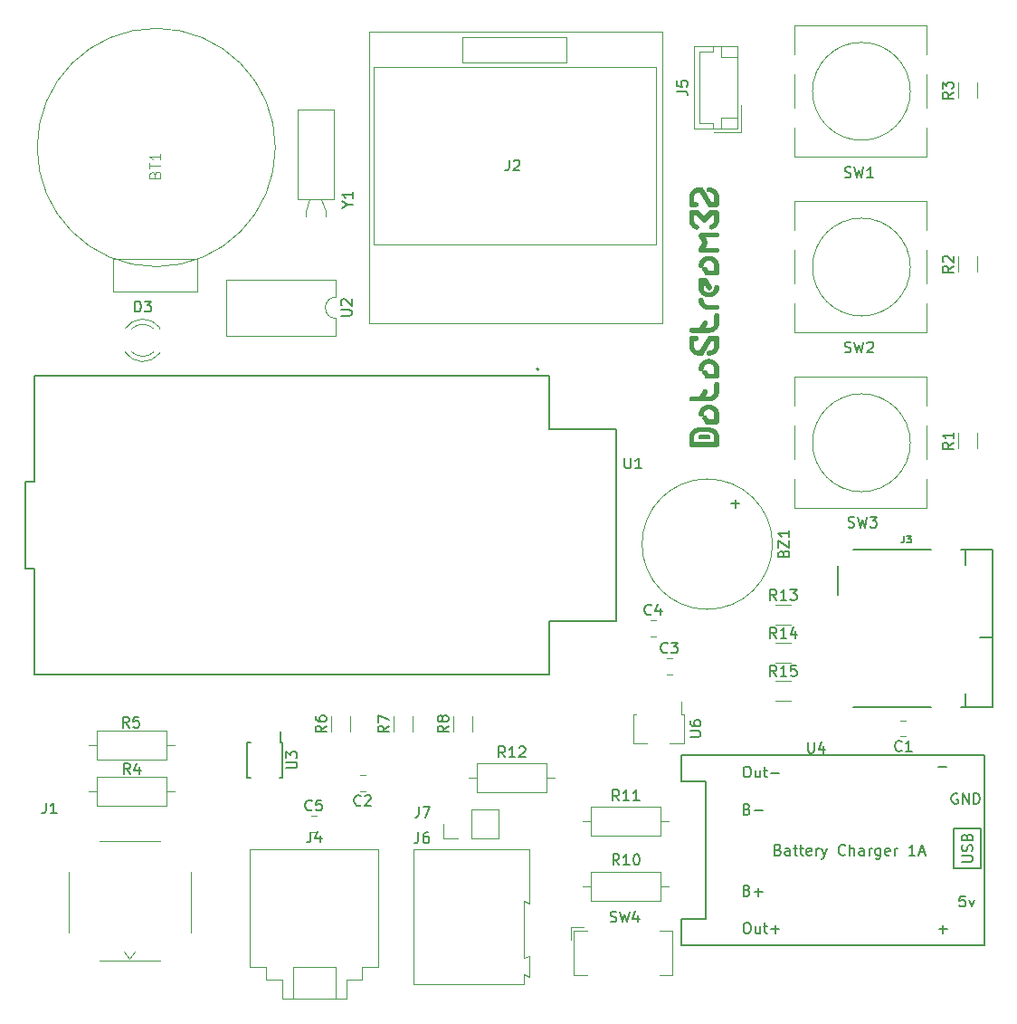
<source format=gbr>
%TF.GenerationSoftware,KiCad,Pcbnew,7.0.9*%
%TF.CreationDate,2024-02-28T20:27:22+01:00*%
%TF.ProjectId,logger_pcb_kicad,6c6f6767-6572-45f7-9063-625f6b696361,rev?*%
%TF.SameCoordinates,Original*%
%TF.FileFunction,Legend,Top*%
%TF.FilePolarity,Positive*%
%FSLAX46Y46*%
G04 Gerber Fmt 4.6, Leading zero omitted, Abs format (unit mm)*
G04 Created by KiCad (PCBNEW 7.0.9) date 2024-02-28 20:27:22*
%MOMM*%
%LPD*%
G01*
G04 APERTURE LIST*
%ADD10C,0.150000*%
%ADD11C,0.100000*%
%ADD12C,0.120000*%
%ADD13C,0.127000*%
%ADD14C,0.200000*%
G04 APERTURE END LIST*
D10*
G36*
X167760909Y-85523886D02*
G01*
X167793847Y-85531073D01*
X167824931Y-85543051D01*
X167854160Y-85559821D01*
X167881534Y-85581382D01*
X167890247Y-85589634D01*
X167909878Y-85611626D01*
X167929044Y-85639859D01*
X167943418Y-85670101D01*
X167953001Y-85702353D01*
X167957792Y-85736614D01*
X167958391Y-85754498D01*
X167955995Y-85789016D01*
X167948808Y-85821680D01*
X167936830Y-85852489D01*
X167920060Y-85881443D01*
X167898499Y-85908542D01*
X167890247Y-85917163D01*
X167868079Y-85936795D01*
X167839778Y-85955960D01*
X167809621Y-85970334D01*
X167777610Y-85979917D01*
X167743744Y-85984708D01*
X167726116Y-85985307D01*
X167018300Y-85985307D01*
X166983533Y-85982911D01*
X166950672Y-85975724D01*
X166919717Y-85963746D01*
X166890668Y-85946976D01*
X166863526Y-85925415D01*
X166854902Y-85917163D01*
X166835059Y-85895224D01*
X166815688Y-85867198D01*
X166801159Y-85837316D01*
X166791473Y-85805580D01*
X166786631Y-85771989D01*
X166786025Y-85754498D01*
X166787707Y-85724970D01*
X166794164Y-85691379D01*
X166805464Y-85659797D01*
X166821607Y-85630225D01*
X166842593Y-85602662D01*
X166854902Y-85589634D01*
X166876858Y-85570002D01*
X166904954Y-85550837D01*
X166934956Y-85536463D01*
X166966864Y-85526880D01*
X167000678Y-85522089D01*
X167018300Y-85521490D01*
X167726116Y-85521490D01*
X167760909Y-85523886D01*
G37*
G36*
X167834668Y-84848011D02*
G01*
X167870987Y-84849904D01*
X167906882Y-84853060D01*
X167942351Y-84857478D01*
X167977395Y-84863158D01*
X168012015Y-84870100D01*
X168046209Y-84878305D01*
X168079978Y-84887771D01*
X168113322Y-84898500D01*
X168146241Y-84910492D01*
X168167951Y-84919187D01*
X168200014Y-84932990D01*
X168231355Y-84947746D01*
X168261975Y-84963456D01*
X168291874Y-84980118D01*
X168321051Y-84997734D01*
X168349508Y-85016302D01*
X168377243Y-85035824D01*
X168404256Y-85056299D01*
X168430549Y-85077727D01*
X168456120Y-85100108D01*
X168472766Y-85115558D01*
X168497000Y-85139811D01*
X168520242Y-85164760D01*
X168542492Y-85190404D01*
X168563751Y-85216744D01*
X168584017Y-85243779D01*
X168603292Y-85271509D01*
X168621575Y-85299935D01*
X168638867Y-85329057D01*
X168655166Y-85358874D01*
X168670474Y-85389387D01*
X168680128Y-85410115D01*
X168693616Y-85441639D01*
X168705777Y-85473562D01*
X168716611Y-85505884D01*
X168726119Y-85538606D01*
X168734300Y-85571727D01*
X168741154Y-85605247D01*
X168746682Y-85639167D01*
X168750883Y-85673485D01*
X168753757Y-85708203D01*
X168755305Y-85743321D01*
X168755600Y-85766954D01*
X168755600Y-86457184D01*
X168753178Y-86491703D01*
X168745914Y-86524366D01*
X168733807Y-86555175D01*
X168716856Y-86584130D01*
X168695064Y-86611229D01*
X168686723Y-86619850D01*
X168664326Y-86639481D01*
X168635750Y-86658647D01*
X168605319Y-86673021D01*
X168573033Y-86682604D01*
X168538892Y-86687395D01*
X168521126Y-86687994D01*
X166176395Y-86687994D01*
X166146445Y-86686330D01*
X166112442Y-86679942D01*
X166080551Y-86668762D01*
X166050773Y-86652791D01*
X166023107Y-86632028D01*
X166010066Y-86619850D01*
X165990434Y-86597911D01*
X165971269Y-86569884D01*
X165956895Y-86540003D01*
X165947312Y-86508266D01*
X165942521Y-86474675D01*
X165941922Y-86457184D01*
X165941922Y-86226375D01*
X166409403Y-86226375D01*
X168288119Y-86226375D01*
X168288119Y-85766954D01*
X168286882Y-85732646D01*
X168283173Y-85699240D01*
X168276990Y-85666735D01*
X168268335Y-85635132D01*
X168257207Y-85604430D01*
X168243605Y-85574630D01*
X168227531Y-85545732D01*
X168208984Y-85517735D01*
X168187964Y-85490639D01*
X168164471Y-85464446D01*
X168147435Y-85447484D01*
X168120110Y-85422735D01*
X168091716Y-85400421D01*
X168062253Y-85380541D01*
X168031721Y-85363095D01*
X168000120Y-85348083D01*
X167967450Y-85335506D01*
X167933711Y-85325363D01*
X167898902Y-85317654D01*
X167863025Y-85312380D01*
X167826079Y-85309540D01*
X167800854Y-85308999D01*
X166876151Y-85308999D01*
X166840750Y-85310197D01*
X166806264Y-85313790D01*
X166772692Y-85319779D01*
X166740035Y-85328164D01*
X166708292Y-85338945D01*
X166677464Y-85352121D01*
X166647550Y-85367693D01*
X166618551Y-85385660D01*
X166590466Y-85406024D01*
X166563296Y-85428783D01*
X166545690Y-85445286D01*
X166521334Y-85470898D01*
X166499374Y-85497450D01*
X166479809Y-85524942D01*
X166462640Y-85553375D01*
X166447867Y-85582748D01*
X166435489Y-85613061D01*
X166425507Y-85644314D01*
X166417921Y-85676508D01*
X166412730Y-85709642D01*
X166409935Y-85743716D01*
X166409403Y-85766954D01*
X166409403Y-86226375D01*
X165941922Y-86226375D01*
X165941922Y-85766954D01*
X165942559Y-85731571D01*
X165944472Y-85696586D01*
X165947660Y-85662001D01*
X165952123Y-85627816D01*
X165957861Y-85594029D01*
X165964874Y-85560642D01*
X165973162Y-85527654D01*
X165982726Y-85495066D01*
X165993564Y-85462877D01*
X166005678Y-85431087D01*
X166014462Y-85410115D01*
X166028441Y-85379158D01*
X166043451Y-85348935D01*
X166059490Y-85319446D01*
X166076561Y-85290692D01*
X166094661Y-85262671D01*
X166113793Y-85235385D01*
X166133954Y-85208833D01*
X166155146Y-85183015D01*
X166177368Y-85157931D01*
X166200621Y-85133582D01*
X166216695Y-85117757D01*
X166240974Y-85094603D01*
X166266000Y-85072402D01*
X166291773Y-85051154D01*
X166318292Y-85030859D01*
X166345559Y-85011518D01*
X166373573Y-84993130D01*
X166402334Y-84975694D01*
X166431843Y-84959212D01*
X166462098Y-84943683D01*
X166493100Y-84929108D01*
X166514183Y-84919920D01*
X166546125Y-84906956D01*
X166578480Y-84895267D01*
X166611247Y-84884854D01*
X166644425Y-84875716D01*
X166678016Y-84867852D01*
X166712020Y-84861264D01*
X166746435Y-84855951D01*
X166781262Y-84851913D01*
X166816502Y-84849151D01*
X166852154Y-84847663D01*
X166876151Y-84847380D01*
X167797923Y-84847380D01*
X167834668Y-84848011D01*
G37*
G36*
X168755600Y-84320548D02*
G01*
X168753954Y-84350057D01*
X168747634Y-84383580D01*
X168736574Y-84415041D01*
X168720775Y-84444442D01*
X168700236Y-84471782D01*
X168688188Y-84484679D01*
X168661724Y-84507339D01*
X168632890Y-84525311D01*
X168601686Y-84538595D01*
X168568113Y-84547190D01*
X168538324Y-84550771D01*
X168519661Y-84551357D01*
X167598621Y-84551357D01*
X167562282Y-84549136D01*
X167528371Y-84542473D01*
X167496886Y-84531368D01*
X167467829Y-84515820D01*
X167441199Y-84495830D01*
X167416996Y-84471398D01*
X167395220Y-84442524D01*
X167375872Y-84409208D01*
X167202215Y-84085342D01*
X167190033Y-84058597D01*
X167180489Y-84028510D01*
X167175350Y-83998422D01*
X167174371Y-83978364D01*
X167176896Y-83947729D01*
X167184469Y-83917375D01*
X167187560Y-83908754D01*
X167200492Y-83877473D01*
X167217854Y-83849026D01*
X167239647Y-83823412D01*
X167265871Y-83800631D01*
X167291108Y-83783812D01*
X167307728Y-83774665D01*
X167336167Y-83762804D01*
X167364331Y-83754332D01*
X167395688Y-83748851D01*
X167419835Y-83747554D01*
X167449602Y-83749610D01*
X167479370Y-83755777D01*
X167493108Y-83760011D01*
X167520922Y-83769932D01*
X167551559Y-83785662D01*
X167579208Y-83805566D01*
X167603869Y-83829643D01*
X167622137Y-83852895D01*
X167635258Y-83873583D01*
X167751761Y-84089738D01*
X168288119Y-84089738D01*
X168288119Y-83630318D01*
X168286876Y-83595617D01*
X168283147Y-83561856D01*
X168276932Y-83529036D01*
X168268232Y-83497156D01*
X168257046Y-83466216D01*
X168243374Y-83436216D01*
X168227216Y-83407157D01*
X168208572Y-83379037D01*
X168187442Y-83351859D01*
X168163827Y-83325620D01*
X168146702Y-83308650D01*
X168119671Y-83284294D01*
X168091610Y-83262333D01*
X168062518Y-83242769D01*
X168032396Y-83225600D01*
X168001244Y-83210826D01*
X167969061Y-83198449D01*
X167935848Y-83188467D01*
X167901604Y-83180880D01*
X167866330Y-83175690D01*
X167830026Y-83172895D01*
X167805251Y-83172362D01*
X167768105Y-83173579D01*
X167731680Y-83177231D01*
X167695977Y-83183317D01*
X167660995Y-83191837D01*
X167626734Y-83202791D01*
X167593194Y-83216180D01*
X167560376Y-83232003D01*
X167528279Y-83250260D01*
X167496904Y-83270952D01*
X167466249Y-83294078D01*
X167446214Y-83310848D01*
X167420155Y-83336440D01*
X167396660Y-83362935D01*
X167375728Y-83390330D01*
X167357359Y-83418628D01*
X167341553Y-83447827D01*
X167328310Y-83477927D01*
X167317630Y-83508929D01*
X167309514Y-83540833D01*
X167303961Y-83573638D01*
X167300970Y-83607345D01*
X167300401Y-83630318D01*
X167298737Y-83659845D01*
X167292348Y-83693436D01*
X167281169Y-83725018D01*
X167265197Y-83754590D01*
X167244435Y-83782153D01*
X167232257Y-83795181D01*
X167210071Y-83814813D01*
X167181701Y-83833978D01*
X167151424Y-83848352D01*
X167119241Y-83857935D01*
X167085152Y-83862726D01*
X167067393Y-83863325D01*
X167037654Y-83861662D01*
X167003857Y-83855273D01*
X166972121Y-83844093D01*
X166942446Y-83828122D01*
X166914831Y-83807360D01*
X166901796Y-83795181D01*
X166881954Y-83773189D01*
X166862582Y-83744956D01*
X166848054Y-83714714D01*
X166838368Y-83682462D01*
X166833525Y-83648201D01*
X166832920Y-83630318D01*
X166834050Y-83584325D01*
X166837442Y-83539036D01*
X166843095Y-83494451D01*
X166851009Y-83450570D01*
X166861184Y-83407394D01*
X166873621Y-83364921D01*
X166888318Y-83323153D01*
X166905277Y-83282088D01*
X166924497Y-83241728D01*
X166945978Y-83202072D01*
X166969720Y-83163120D01*
X166995723Y-83124872D01*
X167023987Y-83087329D01*
X167054513Y-83050489D01*
X167087300Y-83014353D01*
X167122348Y-82978922D01*
X167147856Y-82955905D01*
X167174099Y-82933842D01*
X167201077Y-82912732D01*
X167228788Y-82892574D01*
X167257233Y-82873370D01*
X167286413Y-82855119D01*
X167316327Y-82837822D01*
X167346975Y-82821477D01*
X167378357Y-82806085D01*
X167410473Y-82791647D01*
X167432292Y-82782551D01*
X167465327Y-82769718D01*
X167498761Y-82758147D01*
X167532595Y-82747839D01*
X167566828Y-82738793D01*
X167601460Y-82731009D01*
X167636491Y-82724488D01*
X167671922Y-82719228D01*
X167707752Y-82715231D01*
X167743981Y-82712496D01*
X167780610Y-82711024D01*
X167805251Y-82710743D01*
X167852182Y-82711799D01*
X167898456Y-82714968D01*
X167944071Y-82720249D01*
X167989028Y-82727642D01*
X168033327Y-82737147D01*
X168076967Y-82748765D01*
X168119949Y-82762495D01*
X168162273Y-82778337D01*
X168203938Y-82796292D01*
X168244945Y-82816359D01*
X168285294Y-82838539D01*
X168324984Y-82862830D01*
X168364016Y-82889234D01*
X168402390Y-82917751D01*
X168440105Y-82948379D01*
X168477163Y-82981120D01*
X168500997Y-83004980D01*
X168523866Y-83029575D01*
X168545768Y-83054903D01*
X168566704Y-83080966D01*
X168586675Y-83107763D01*
X168605679Y-83135294D01*
X168623718Y-83163559D01*
X168640790Y-83192558D01*
X168656897Y-83222292D01*
X168672037Y-83252759D01*
X168681594Y-83273479D01*
X168694820Y-83305003D01*
X168706744Y-83336926D01*
X168717368Y-83369248D01*
X168726691Y-83401970D01*
X168734713Y-83435090D01*
X168741434Y-83468611D01*
X168746855Y-83502530D01*
X168750974Y-83536849D01*
X168753793Y-83571567D01*
X168755310Y-83606684D01*
X168755600Y-83630318D01*
X168755600Y-84320548D01*
G37*
G36*
X166178593Y-82414721D02*
G01*
X166148626Y-82413057D01*
X166114554Y-82406669D01*
X166082543Y-82395489D01*
X166052593Y-82379518D01*
X166024703Y-82358755D01*
X166011531Y-82346577D01*
X165991478Y-82324638D01*
X165971900Y-82296611D01*
X165957217Y-82266730D01*
X165947428Y-82234993D01*
X165942534Y-82201402D01*
X165941922Y-82183911D01*
X165943621Y-82154420D01*
X165950147Y-82120966D01*
X165961567Y-82089625D01*
X165977882Y-82060396D01*
X165999091Y-82033279D01*
X166011531Y-82020513D01*
X166033788Y-82001093D01*
X166062434Y-81982133D01*
X166093191Y-81967914D01*
X166126061Y-81958434D01*
X166155066Y-81954155D01*
X166179326Y-81953102D01*
X166938433Y-81953102D01*
X167239584Y-81380108D01*
X167254843Y-81354735D01*
X167274146Y-81328631D01*
X167294531Y-81307268D01*
X167319681Y-81288334D01*
X167346303Y-81275852D01*
X167350226Y-81274595D01*
X167379581Y-81265940D01*
X167408336Y-81259159D01*
X167439643Y-81254986D01*
X167446214Y-81254812D01*
X167476713Y-81256724D01*
X167507213Y-81262462D01*
X167537713Y-81272026D01*
X167554657Y-81278992D01*
X167580471Y-81294233D01*
X167607055Y-81313467D01*
X167628848Y-81333732D01*
X167648218Y-81358676D01*
X167661065Y-81385023D01*
X167662369Y-81388901D01*
X167671024Y-81418027D01*
X167677805Y-81446852D01*
X167681843Y-81476416D01*
X167682152Y-81485621D01*
X167679505Y-81517893D01*
X167672595Y-81547304D01*
X167661395Y-81577063D01*
X167655041Y-81590401D01*
X167467463Y-81950904D01*
X167802320Y-81950904D01*
X167839848Y-81949712D01*
X167876320Y-81946138D01*
X167911735Y-81940181D01*
X167946095Y-81931841D01*
X167979398Y-81921119D01*
X168011645Y-81908013D01*
X168042836Y-81892525D01*
X168072971Y-81874654D01*
X168102050Y-81854400D01*
X168130073Y-81831764D01*
X168148168Y-81815349D01*
X168173178Y-81789737D01*
X168195729Y-81763185D01*
X168215820Y-81735693D01*
X168233450Y-81707260D01*
X168248621Y-81677887D01*
X168261331Y-81647574D01*
X168271581Y-81616321D01*
X168279372Y-81584127D01*
X168284702Y-81550994D01*
X168287572Y-81516920D01*
X168288119Y-81493681D01*
X168288119Y-80804916D01*
X168289800Y-80775425D01*
X168296257Y-80741971D01*
X168307557Y-80710630D01*
X168323700Y-80681401D01*
X168344686Y-80654284D01*
X168356995Y-80641518D01*
X168379006Y-80622098D01*
X168407307Y-80603138D01*
X168437670Y-80588919D01*
X168470093Y-80579439D01*
X168504577Y-80574699D01*
X168522592Y-80574107D01*
X168551926Y-80575753D01*
X168585380Y-80582072D01*
X168616927Y-80593132D01*
X168646568Y-80608931D01*
X168674303Y-80629471D01*
X168687456Y-80641518D01*
X168710614Y-80667578D01*
X168728981Y-80695751D01*
X168742556Y-80726036D01*
X168751341Y-80758434D01*
X168755333Y-80792944D01*
X168755600Y-80804916D01*
X168755600Y-81493681D01*
X168754936Y-81529327D01*
X168752946Y-81564547D01*
X168749630Y-81599342D01*
X168744986Y-81633712D01*
X168739017Y-81667658D01*
X168731720Y-81701178D01*
X168723097Y-81734273D01*
X168713147Y-81766943D01*
X168701871Y-81799188D01*
X168689268Y-81831008D01*
X168680128Y-81851985D01*
X168665462Y-81882962D01*
X168649766Y-81913243D01*
X168633039Y-81942828D01*
X168615282Y-81971718D01*
X168596494Y-81999912D01*
X168576676Y-82027411D01*
X168555828Y-82054214D01*
X168533949Y-82080322D01*
X168511040Y-82105734D01*
X168487100Y-82130451D01*
X168470568Y-82146542D01*
X168445877Y-82169310D01*
X168420439Y-82191176D01*
X168394254Y-82212140D01*
X168367322Y-82232203D01*
X168339643Y-82251364D01*
X168311217Y-82269623D01*
X168282044Y-82286981D01*
X168252123Y-82303438D01*
X168221456Y-82318993D01*
X168190042Y-82333646D01*
X168168684Y-82342914D01*
X168136048Y-82355746D01*
X168102987Y-82367317D01*
X168069502Y-82377625D01*
X168035591Y-82386671D01*
X168001255Y-82394455D01*
X167966494Y-82400977D01*
X167931308Y-82406236D01*
X167895697Y-82410233D01*
X167859661Y-82412968D01*
X167823200Y-82414440D01*
X167798656Y-82414721D01*
X166178593Y-82414721D01*
G37*
G36*
X168755600Y-80047275D02*
G01*
X168753954Y-80076785D01*
X168747634Y-80110307D01*
X168736574Y-80141768D01*
X168720775Y-80171169D01*
X168700236Y-80198509D01*
X168688188Y-80211406D01*
X168661724Y-80234066D01*
X168632890Y-80252038D01*
X168601686Y-80265322D01*
X168568113Y-80273917D01*
X168538324Y-80277498D01*
X168519661Y-80278084D01*
X167598621Y-80278084D01*
X167562282Y-80275863D01*
X167528371Y-80269200D01*
X167496886Y-80258095D01*
X167467829Y-80242547D01*
X167441199Y-80222557D01*
X167416996Y-80198125D01*
X167395220Y-80169251D01*
X167375872Y-80135935D01*
X167202215Y-79812069D01*
X167190033Y-79785325D01*
X167180489Y-79755237D01*
X167175350Y-79725149D01*
X167174371Y-79705091D01*
X167176896Y-79674456D01*
X167184469Y-79644103D01*
X167187560Y-79635482D01*
X167200492Y-79604200D01*
X167217854Y-79575753D01*
X167239647Y-79550139D01*
X167265871Y-79527358D01*
X167291108Y-79510539D01*
X167307728Y-79501392D01*
X167336167Y-79489531D01*
X167364331Y-79481059D01*
X167395688Y-79475579D01*
X167419835Y-79474281D01*
X167449602Y-79476337D01*
X167479370Y-79482504D01*
X167493108Y-79486738D01*
X167520922Y-79496659D01*
X167551559Y-79512390D01*
X167579208Y-79532293D01*
X167603869Y-79556370D01*
X167622137Y-79579622D01*
X167635258Y-79600311D01*
X167751761Y-79816466D01*
X168288119Y-79816466D01*
X168288119Y-79357045D01*
X168286876Y-79322344D01*
X168283147Y-79288583D01*
X168276932Y-79255763D01*
X168268232Y-79223883D01*
X168257046Y-79192943D01*
X168243374Y-79162943D01*
X168227216Y-79133884D01*
X168208572Y-79105765D01*
X168187442Y-79078586D01*
X168163827Y-79052347D01*
X168146702Y-79035377D01*
X168119671Y-79011021D01*
X168091610Y-78989060D01*
X168062518Y-78969496D01*
X168032396Y-78952327D01*
X168001244Y-78937553D01*
X167969061Y-78925176D01*
X167935848Y-78915194D01*
X167901604Y-78907607D01*
X167866330Y-78902417D01*
X167830026Y-78899622D01*
X167805251Y-78899089D01*
X167768105Y-78900307D01*
X167731680Y-78903958D01*
X167695977Y-78910044D01*
X167660995Y-78918564D01*
X167626734Y-78929518D01*
X167593194Y-78942907D01*
X167560376Y-78958730D01*
X167528279Y-78976988D01*
X167496904Y-78997679D01*
X167466249Y-79020805D01*
X167446214Y-79037575D01*
X167420155Y-79063168D01*
X167396660Y-79089662D01*
X167375728Y-79117058D01*
X167357359Y-79145355D01*
X167341553Y-79174554D01*
X167328310Y-79204654D01*
X167317630Y-79235657D01*
X167309514Y-79267560D01*
X167303961Y-79300366D01*
X167300970Y-79334073D01*
X167300401Y-79357045D01*
X167298737Y-79386572D01*
X167292348Y-79420163D01*
X167281169Y-79451745D01*
X167265197Y-79481317D01*
X167244435Y-79508881D01*
X167232257Y-79521909D01*
X167210071Y-79541540D01*
X167181701Y-79560705D01*
X167151424Y-79575079D01*
X167119241Y-79584662D01*
X167085152Y-79589453D01*
X167067393Y-79590052D01*
X167037654Y-79588389D01*
X167003857Y-79582000D01*
X166972121Y-79570820D01*
X166942446Y-79554849D01*
X166914831Y-79534087D01*
X166901796Y-79521909D01*
X166881954Y-79499916D01*
X166862582Y-79471683D01*
X166848054Y-79441441D01*
X166838368Y-79409189D01*
X166833525Y-79374929D01*
X166832920Y-79357045D01*
X166834050Y-79311052D01*
X166837442Y-79265763D01*
X166843095Y-79221178D01*
X166851009Y-79177297D01*
X166861184Y-79134121D01*
X166873621Y-79091648D01*
X166888318Y-79049880D01*
X166905277Y-79008815D01*
X166924497Y-78968455D01*
X166945978Y-78928799D01*
X166969720Y-78889847D01*
X166995723Y-78851599D01*
X167023987Y-78814056D01*
X167054513Y-78777216D01*
X167087300Y-78741080D01*
X167122348Y-78705649D01*
X167147856Y-78682632D01*
X167174099Y-78660569D01*
X167201077Y-78639459D01*
X167228788Y-78619302D01*
X167257233Y-78600097D01*
X167286413Y-78581847D01*
X167316327Y-78564549D01*
X167346975Y-78548204D01*
X167378357Y-78532812D01*
X167410473Y-78518374D01*
X167432292Y-78509278D01*
X167465327Y-78496445D01*
X167498761Y-78484875D01*
X167532595Y-78474566D01*
X167566828Y-78465520D01*
X167601460Y-78457736D01*
X167636491Y-78451215D01*
X167671922Y-78445955D01*
X167707752Y-78441958D01*
X167743981Y-78439224D01*
X167780610Y-78437751D01*
X167805251Y-78437470D01*
X167852182Y-78438527D01*
X167898456Y-78441695D01*
X167944071Y-78446976D01*
X167989028Y-78454369D01*
X168033327Y-78463874D01*
X168076967Y-78475492D01*
X168119949Y-78489222D01*
X168162273Y-78505065D01*
X168203938Y-78523019D01*
X168244945Y-78543086D01*
X168285294Y-78565266D01*
X168324984Y-78589557D01*
X168364016Y-78615961D01*
X168402390Y-78644478D01*
X168440105Y-78675106D01*
X168477163Y-78707847D01*
X168500997Y-78731707D01*
X168523866Y-78756302D01*
X168545768Y-78781630D01*
X168566704Y-78807693D01*
X168586675Y-78834490D01*
X168605679Y-78862021D01*
X168623718Y-78890286D01*
X168640790Y-78919285D01*
X168656897Y-78949019D01*
X168672037Y-78979486D01*
X168681594Y-79000206D01*
X168694820Y-79031730D01*
X168706744Y-79063653D01*
X168717368Y-79095975D01*
X168726691Y-79128697D01*
X168734713Y-79161818D01*
X168741434Y-79195338D01*
X168746855Y-79229257D01*
X168750974Y-79263576D01*
X168753793Y-79298294D01*
X168755310Y-79333411D01*
X168755600Y-79357045D01*
X168755600Y-80047275D01*
G37*
G36*
X166592585Y-76762453D02*
G01*
X166409403Y-76762453D01*
X166409403Y-77220408D01*
X166410613Y-77255496D01*
X166414246Y-77289591D01*
X166420299Y-77322695D01*
X166428774Y-77354807D01*
X166439671Y-77385927D01*
X166452989Y-77416055D01*
X166468728Y-77445192D01*
X166486889Y-77473337D01*
X166507471Y-77500490D01*
X166530475Y-77526652D01*
X166547156Y-77543542D01*
X166573860Y-77567898D01*
X166601492Y-77589858D01*
X166630051Y-77609423D01*
X166659538Y-77626592D01*
X166689952Y-77641365D01*
X166721293Y-77653743D01*
X166753562Y-77663725D01*
X166786758Y-77671311D01*
X166820881Y-77676502D01*
X166855932Y-77679297D01*
X166879814Y-77679829D01*
X166943562Y-77679829D01*
X167629396Y-76439320D01*
X167648298Y-76406862D01*
X167669467Y-76378732D01*
X167692903Y-76354930D01*
X167718605Y-76335455D01*
X167746575Y-76320309D01*
X167776812Y-76309489D01*
X167809315Y-76302998D01*
X167844085Y-76300834D01*
X168521859Y-76300834D01*
X168551193Y-76302498D01*
X168584647Y-76308886D01*
X168616194Y-76320066D01*
X168645835Y-76336037D01*
X168673570Y-76356800D01*
X168686723Y-76368978D01*
X168706565Y-76390917D01*
X168725937Y-76418944D01*
X168740466Y-76448825D01*
X168750151Y-76480561D01*
X168754994Y-76514152D01*
X168755600Y-76531643D01*
X168755600Y-77220408D01*
X168754943Y-77256054D01*
X168752972Y-77291274D01*
X168749688Y-77326069D01*
X168745089Y-77360440D01*
X168739178Y-77394385D01*
X168731952Y-77427905D01*
X168723412Y-77461000D01*
X168713559Y-77493670D01*
X168702392Y-77525915D01*
X168689912Y-77557735D01*
X168680861Y-77578713D01*
X168666214Y-77609689D01*
X168650576Y-77639970D01*
X168633946Y-77669555D01*
X168616324Y-77698445D01*
X168597710Y-77726639D01*
X168578105Y-77754138D01*
X168557507Y-77780941D01*
X168535918Y-77807049D01*
X168513338Y-77832461D01*
X168489765Y-77857178D01*
X168473499Y-77873269D01*
X168448415Y-77896417D01*
X168422623Y-77918598D01*
X168396122Y-77939814D01*
X168368913Y-77960063D01*
X168340996Y-77979347D01*
X168312370Y-77997664D01*
X168283036Y-78015016D01*
X168252994Y-78031401D01*
X168222243Y-78046821D01*
X168190783Y-78061274D01*
X168169417Y-78070373D01*
X168136787Y-78083075D01*
X168103746Y-78094528D01*
X168070292Y-78104731D01*
X168036426Y-78113685D01*
X168002148Y-78121389D01*
X167967458Y-78127844D01*
X167932356Y-78133050D01*
X167896842Y-78137006D01*
X167860915Y-78139713D01*
X167824576Y-78141170D01*
X167800121Y-78141448D01*
X167770576Y-78139784D01*
X167736916Y-78133396D01*
X167705215Y-78122216D01*
X167675470Y-78106245D01*
X167647684Y-78085482D01*
X167634525Y-78073304D01*
X167614682Y-78051365D01*
X167595311Y-78023339D01*
X167580782Y-77993457D01*
X167571097Y-77961721D01*
X167566254Y-77928130D01*
X167565648Y-77910639D01*
X167567348Y-77881147D01*
X167573874Y-77847693D01*
X167585294Y-77816352D01*
X167601609Y-77787123D01*
X167622818Y-77760006D01*
X167635258Y-77747240D01*
X167657461Y-77727820D01*
X167685900Y-77708861D01*
X167716297Y-77694641D01*
X167748652Y-77685161D01*
X167782964Y-77680422D01*
X167800854Y-77679829D01*
X167838513Y-77678618D01*
X167875103Y-77674986D01*
X167910624Y-77668933D01*
X167945076Y-77660458D01*
X167978459Y-77649561D01*
X168010772Y-77636243D01*
X168042017Y-77620504D01*
X168072193Y-77602343D01*
X168101299Y-77581761D01*
X168129337Y-77558757D01*
X168147435Y-77542076D01*
X168172577Y-77516464D01*
X168195245Y-77489912D01*
X168215441Y-77462420D01*
X168233164Y-77433987D01*
X168248414Y-77404614D01*
X168261191Y-77374301D01*
X168271495Y-77343048D01*
X168279326Y-77310854D01*
X168284684Y-77277721D01*
X168287569Y-77243647D01*
X168288119Y-77220408D01*
X168288119Y-76762453D01*
X167984769Y-76762453D01*
X167293806Y-78003695D01*
X167275396Y-78035981D01*
X167254605Y-78063962D01*
X167231433Y-78087638D01*
X167205879Y-78107010D01*
X167177943Y-78122077D01*
X167147627Y-78132839D01*
X167114929Y-78139296D01*
X167079849Y-78141448D01*
X166878349Y-78141448D01*
X166842285Y-78140817D01*
X166806633Y-78138924D01*
X166771394Y-78135768D01*
X166736566Y-78131350D01*
X166702151Y-78125670D01*
X166668147Y-78118728D01*
X166634556Y-78110523D01*
X166601378Y-78101056D01*
X166568611Y-78090327D01*
X166536256Y-78078336D01*
X166514916Y-78069641D01*
X166483409Y-78055576D01*
X166452637Y-78040583D01*
X166422598Y-78024664D01*
X166393294Y-78007817D01*
X166364724Y-77990042D01*
X166336888Y-77971341D01*
X166309787Y-77951711D01*
X166283419Y-77931155D01*
X166257786Y-77909671D01*
X166232887Y-77887260D01*
X166216695Y-77871804D01*
X166192880Y-77847813D01*
X166170070Y-77823100D01*
X166148264Y-77797667D01*
X166127463Y-77771512D01*
X166107666Y-77744635D01*
X166088874Y-77717038D01*
X166071087Y-77688719D01*
X166054304Y-77659679D01*
X166038526Y-77629918D01*
X166023753Y-77599435D01*
X166014462Y-77578713D01*
X166001498Y-77547176D01*
X165989810Y-77515214D01*
X165979396Y-77482827D01*
X165970258Y-77450016D01*
X165962395Y-77416779D01*
X165955807Y-77383117D01*
X165950494Y-77349030D01*
X165946456Y-77314518D01*
X165943693Y-77279581D01*
X165942205Y-77244219D01*
X165941922Y-77220408D01*
X165941922Y-76531643D01*
X165944318Y-76497125D01*
X165951505Y-76464461D01*
X165963483Y-76433652D01*
X165980253Y-76404698D01*
X166001814Y-76377599D01*
X166010066Y-76368978D01*
X166032094Y-76349346D01*
X166060464Y-76330181D01*
X166090947Y-76315807D01*
X166123542Y-76306224D01*
X166158249Y-76301433D01*
X166176395Y-76300834D01*
X166593318Y-76300834D01*
X166622670Y-76302498D01*
X166656192Y-76308886D01*
X166687860Y-76320066D01*
X166717672Y-76336037D01*
X166745631Y-76356800D01*
X166758914Y-76368978D01*
X166778757Y-76390917D01*
X166798128Y-76418944D01*
X166812657Y-76448825D01*
X166822342Y-76480561D01*
X166827185Y-76514152D01*
X166827791Y-76531643D01*
X166826109Y-76561346D01*
X166819652Y-76595006D01*
X166808352Y-76626502D01*
X166792209Y-76655834D01*
X166771223Y-76683002D01*
X166758914Y-76695775D01*
X166736499Y-76714984D01*
X166707854Y-76733737D01*
X166677303Y-76747802D01*
X166644845Y-76757179D01*
X166610482Y-76761867D01*
X166592585Y-76762453D01*
G37*
G36*
X166178593Y-76004812D02*
G01*
X166148626Y-76003148D01*
X166114554Y-75996759D01*
X166082543Y-75985580D01*
X166052593Y-75969608D01*
X166024703Y-75948846D01*
X166011531Y-75936668D01*
X165991478Y-75914729D01*
X165971900Y-75886702D01*
X165957217Y-75856821D01*
X165947428Y-75825084D01*
X165942534Y-75791493D01*
X165941922Y-75774002D01*
X165943621Y-75744511D01*
X165950147Y-75711057D01*
X165961567Y-75679716D01*
X165977882Y-75650487D01*
X165999091Y-75623370D01*
X166011531Y-75610604D01*
X166033788Y-75591184D01*
X166062434Y-75572224D01*
X166093191Y-75558005D01*
X166126061Y-75548525D01*
X166155066Y-75544246D01*
X166179326Y-75543193D01*
X166938433Y-75543193D01*
X167239584Y-74970199D01*
X167254843Y-74944825D01*
X167274146Y-74918722D01*
X167294531Y-74897358D01*
X167319681Y-74878425D01*
X167346303Y-74865943D01*
X167350226Y-74864686D01*
X167379581Y-74856031D01*
X167408336Y-74849249D01*
X167439643Y-74845076D01*
X167446214Y-74844902D01*
X167476713Y-74846815D01*
X167507213Y-74852553D01*
X167537713Y-74862116D01*
X167554657Y-74869082D01*
X167580471Y-74884324D01*
X167607055Y-74903558D01*
X167628848Y-74923822D01*
X167648218Y-74948767D01*
X167661065Y-74975113D01*
X167662369Y-74978992D01*
X167671024Y-75008118D01*
X167677805Y-75036943D01*
X167681843Y-75066507D01*
X167682152Y-75075712D01*
X167679505Y-75107983D01*
X167672595Y-75137395D01*
X167661395Y-75167154D01*
X167655041Y-75180492D01*
X167467463Y-75540994D01*
X167802320Y-75540994D01*
X167839848Y-75539803D01*
X167876320Y-75536229D01*
X167911735Y-75530272D01*
X167946095Y-75521932D01*
X167979398Y-75511209D01*
X168011645Y-75498104D01*
X168042836Y-75482616D01*
X168072971Y-75464745D01*
X168102050Y-75444491D01*
X168130073Y-75421855D01*
X168148168Y-75405440D01*
X168173178Y-75379828D01*
X168195729Y-75353276D01*
X168215820Y-75325783D01*
X168233450Y-75297351D01*
X168248621Y-75267978D01*
X168261331Y-75237665D01*
X168271581Y-75206412D01*
X168279372Y-75174218D01*
X168284702Y-75141084D01*
X168287572Y-75107010D01*
X168288119Y-75083772D01*
X168288119Y-74395007D01*
X168289800Y-74365515D01*
X168296257Y-74332062D01*
X168307557Y-74300720D01*
X168323700Y-74271491D01*
X168344686Y-74244375D01*
X168356995Y-74231609D01*
X168379006Y-74212188D01*
X168407307Y-74193229D01*
X168437670Y-74179010D01*
X168470093Y-74169530D01*
X168504577Y-74164790D01*
X168522592Y-74164198D01*
X168551926Y-74165843D01*
X168585380Y-74172163D01*
X168616927Y-74183223D01*
X168646568Y-74199022D01*
X168674303Y-74219561D01*
X168687456Y-74231609D01*
X168710614Y-74257669D01*
X168728981Y-74285842D01*
X168742556Y-74316127D01*
X168751341Y-74348525D01*
X168755333Y-74383034D01*
X168755600Y-74395007D01*
X168755600Y-75083772D01*
X168754936Y-75119417D01*
X168752946Y-75154638D01*
X168749630Y-75189433D01*
X168744986Y-75223803D01*
X168739017Y-75257748D01*
X168731720Y-75291269D01*
X168723097Y-75324364D01*
X168713147Y-75357034D01*
X168701871Y-75389279D01*
X168689268Y-75421099D01*
X168680128Y-75442076D01*
X168665462Y-75473053D01*
X168649766Y-75503333D01*
X168633039Y-75532919D01*
X168615282Y-75561809D01*
X168596494Y-75590003D01*
X168576676Y-75617502D01*
X168555828Y-75644305D01*
X168533949Y-75670413D01*
X168511040Y-75695825D01*
X168487100Y-75720542D01*
X168470568Y-75736633D01*
X168445877Y-75759401D01*
X168420439Y-75781266D01*
X168394254Y-75802231D01*
X168367322Y-75822294D01*
X168339643Y-75841455D01*
X168311217Y-75859714D01*
X168282044Y-75877072D01*
X168252123Y-75893528D01*
X168221456Y-75909083D01*
X168190042Y-75923736D01*
X168168684Y-75933004D01*
X168136048Y-75945837D01*
X168102987Y-75957408D01*
X168069502Y-75967716D01*
X168035591Y-75976762D01*
X168001255Y-75984546D01*
X167966494Y-75991067D01*
X167931308Y-75996327D01*
X167895697Y-76000324D01*
X167859661Y-76003059D01*
X167823200Y-76004531D01*
X167798656Y-76004812D01*
X166178593Y-76004812D01*
G37*
G36*
X168521126Y-73868175D02*
G01*
X167787665Y-73868175D01*
X167751444Y-73867544D01*
X167715597Y-73865651D01*
X167680124Y-73862495D01*
X167645023Y-73858077D01*
X167610297Y-73852397D01*
X167575944Y-73845455D01*
X167541964Y-73837250D01*
X167508358Y-73827784D01*
X167475126Y-73817055D01*
X167442267Y-73805063D01*
X167420568Y-73796368D01*
X167388505Y-73782316D01*
X167357164Y-73767362D01*
X167326544Y-73751507D01*
X167296645Y-73734750D01*
X167267468Y-73717091D01*
X167239012Y-73698531D01*
X167211277Y-73679070D01*
X167184263Y-73658706D01*
X167157971Y-73637442D01*
X167132400Y-73615275D01*
X167115753Y-73599997D01*
X167081504Y-73564388D01*
X167049464Y-73528086D01*
X167019634Y-73491092D01*
X166992013Y-73453405D01*
X166966603Y-73415026D01*
X166943402Y-73375953D01*
X166922410Y-73336189D01*
X166903628Y-73295731D01*
X166887056Y-73254581D01*
X166872693Y-73212738D01*
X166860540Y-73170203D01*
X166850597Y-73126975D01*
X166842863Y-73083054D01*
X166837339Y-73038440D01*
X166834025Y-72993134D01*
X166832920Y-72947135D01*
X166835315Y-72912394D01*
X166842503Y-72879610D01*
X166854481Y-72848784D01*
X166871251Y-72819915D01*
X166892812Y-72793005D01*
X166901064Y-72784470D01*
X166922881Y-72764838D01*
X166951045Y-72745673D01*
X166981373Y-72731299D01*
X167013865Y-72721716D01*
X167048521Y-72716925D01*
X167066660Y-72716326D01*
X167095994Y-72717990D01*
X167129448Y-72724378D01*
X167160995Y-72735558D01*
X167190637Y-72751529D01*
X167218372Y-72772292D01*
X167231524Y-72784470D01*
X167251366Y-72806215D01*
X167270738Y-72834105D01*
X167285267Y-72863952D01*
X167294952Y-72895757D01*
X167299795Y-72929520D01*
X167300401Y-72947135D01*
X167301637Y-72981836D01*
X167305347Y-73015597D01*
X167311529Y-73048417D01*
X167320184Y-73080297D01*
X167331313Y-73111237D01*
X167344914Y-73141237D01*
X167360988Y-73170296D01*
X167379535Y-73198416D01*
X167400555Y-73225594D01*
X167424049Y-73251833D01*
X167441084Y-73268803D01*
X167468278Y-73293028D01*
X167496554Y-73314871D01*
X167525912Y-73334330D01*
X167556352Y-73351407D01*
X167587873Y-73366101D01*
X167620477Y-73378412D01*
X167654163Y-73388340D01*
X167688930Y-73395886D01*
X167724779Y-73401049D01*
X167761710Y-73403829D01*
X167786932Y-73404358D01*
X167833094Y-73404358D01*
X167860205Y-73405824D01*
X167889582Y-73406470D01*
X167910763Y-73406556D01*
X167941052Y-73406556D01*
X167971214Y-73406556D01*
X167995760Y-73406556D01*
X168026350Y-73406556D01*
X168056461Y-73406556D01*
X168089319Y-73406556D01*
X168120324Y-73406556D01*
X168153608Y-73406556D01*
X168184091Y-73406556D01*
X168216376Y-73406556D01*
X168250465Y-73406556D01*
X168280250Y-73406556D01*
X168292515Y-73406556D01*
X168323967Y-73406556D01*
X168356958Y-73406556D01*
X168391487Y-73406556D01*
X168427555Y-73406556D01*
X168457516Y-73406556D01*
X168488463Y-73406556D01*
X168520394Y-73406556D01*
X168549957Y-73408202D01*
X168583685Y-73414522D01*
X168615507Y-73425581D01*
X168645423Y-73441381D01*
X168673433Y-73461920D01*
X168686723Y-73473967D01*
X168710130Y-73500028D01*
X168728695Y-73528201D01*
X168742416Y-73558486D01*
X168751295Y-73590883D01*
X168755330Y-73625393D01*
X168755600Y-73637366D01*
X168753178Y-73671884D01*
X168745914Y-73704548D01*
X168733807Y-73735357D01*
X168716856Y-73764311D01*
X168695064Y-73791410D01*
X168686723Y-73800031D01*
X168664326Y-73819663D01*
X168635750Y-73838828D01*
X168605319Y-73853202D01*
X168573033Y-73862785D01*
X168538892Y-73867576D01*
X168521126Y-73868175D01*
G37*
G36*
X166832920Y-71083074D02*
G01*
X166834797Y-71052803D01*
X166840430Y-71023540D01*
X166849818Y-70995284D01*
X166862962Y-70968036D01*
X166882597Y-70940902D01*
X166904132Y-70917386D01*
X166927568Y-70897488D01*
X166952904Y-70881207D01*
X166980141Y-70868545D01*
X167009278Y-70859500D01*
X167040316Y-70854073D01*
X167073255Y-70852265D01*
X167458670Y-70852265D01*
X167495009Y-70854497D01*
X167528920Y-70861195D01*
X167560405Y-70872357D01*
X167589462Y-70887985D01*
X167616092Y-70908078D01*
X167640295Y-70932636D01*
X167662071Y-70961659D01*
X167681419Y-70995147D01*
X168047784Y-71691239D01*
X168059965Y-71717983D01*
X168069509Y-71748071D01*
X168074649Y-71778159D01*
X168075627Y-71798217D01*
X168073103Y-71828992D01*
X168066238Y-71857568D01*
X168062438Y-71868559D01*
X168049782Y-71899617D01*
X168032694Y-71927944D01*
X168011176Y-71953541D01*
X167985227Y-71976408D01*
X167960218Y-71993377D01*
X167943736Y-72002648D01*
X167915984Y-72014189D01*
X167884982Y-72023231D01*
X167854212Y-72028099D01*
X167833827Y-72029027D01*
X167803585Y-72027092D01*
X167773586Y-72021287D01*
X167759821Y-72017303D01*
X167731375Y-72006802D01*
X167705110Y-71993618D01*
X167676474Y-71974255D01*
X167650980Y-71951028D01*
X167628629Y-71923937D01*
X167615474Y-71903730D01*
X167300401Y-71313884D01*
X167300401Y-71771839D01*
X167301644Y-71806926D01*
X167305372Y-71841022D01*
X167311587Y-71874125D01*
X167320287Y-71906237D01*
X167331474Y-71937358D01*
X167345146Y-71967486D01*
X167361304Y-71996623D01*
X167379947Y-72024768D01*
X167401077Y-72051921D01*
X167424693Y-72078082D01*
X167441817Y-72094972D01*
X167469222Y-72119328D01*
X167497579Y-72141289D01*
X167526890Y-72160853D01*
X167557153Y-72178022D01*
X167588370Y-72192796D01*
X167620540Y-72205173D01*
X167653663Y-72215155D01*
X167687739Y-72222742D01*
X167722769Y-72227932D01*
X167758751Y-72230727D01*
X167783269Y-72231260D01*
X167820415Y-72230049D01*
X167856839Y-72226417D01*
X167892543Y-72220363D01*
X167927525Y-72211888D01*
X167961785Y-72200992D01*
X167995325Y-72187674D01*
X168028143Y-72171934D01*
X168060240Y-72153774D01*
X168091616Y-72133191D01*
X168122270Y-72110188D01*
X168142306Y-72093507D01*
X168168364Y-72067895D01*
X168191859Y-72041343D01*
X168212791Y-72013850D01*
X168231160Y-71985418D01*
X168246966Y-71956045D01*
X168260209Y-71925732D01*
X168270889Y-71894479D01*
X168279005Y-71862285D01*
X168284559Y-71829151D01*
X168287549Y-71795077D01*
X168288119Y-71771839D01*
X168290540Y-71737097D01*
X168297804Y-71704313D01*
X168309912Y-71673487D01*
X168326862Y-71644619D01*
X168348655Y-71617708D01*
X168356995Y-71609173D01*
X168379006Y-71589542D01*
X168407307Y-71570376D01*
X168437670Y-71556002D01*
X168470093Y-71546420D01*
X168504577Y-71541628D01*
X168522592Y-71541029D01*
X168551926Y-71542693D01*
X168585380Y-71549082D01*
X168616927Y-71560261D01*
X168646568Y-71576233D01*
X168674303Y-71596995D01*
X168687456Y-71609173D01*
X168710614Y-71635431D01*
X168728981Y-71663647D01*
X168742556Y-71693820D01*
X168751341Y-71725952D01*
X168755333Y-71760041D01*
X168755600Y-71771839D01*
X168754469Y-71818095D01*
X168751077Y-71863625D01*
X168745424Y-71908427D01*
X168737510Y-71952502D01*
X168727335Y-71995851D01*
X168714899Y-72038472D01*
X168700201Y-72080366D01*
X168683243Y-72121534D01*
X168664023Y-72161974D01*
X168642542Y-72201687D01*
X168618800Y-72240673D01*
X168592796Y-72278933D01*
X168564532Y-72316465D01*
X168534006Y-72353270D01*
X168501220Y-72389349D01*
X168466172Y-72424700D01*
X168441056Y-72447847D01*
X168415167Y-72470029D01*
X168388505Y-72491244D01*
X168361071Y-72511494D01*
X168332864Y-72530777D01*
X168303884Y-72549095D01*
X168274131Y-72566446D01*
X168243605Y-72582832D01*
X168212307Y-72598251D01*
X168180236Y-72612705D01*
X168158426Y-72621804D01*
X168125240Y-72634506D01*
X168091630Y-72645958D01*
X168057595Y-72656161D01*
X168023134Y-72665115D01*
X167988249Y-72672819D01*
X167952938Y-72679274D01*
X167917203Y-72684480D01*
X167881042Y-72688436D01*
X167844457Y-72691143D01*
X167807446Y-72692601D01*
X167782536Y-72692879D01*
X167735524Y-72691825D01*
X167689193Y-72688665D01*
X167643544Y-72683399D01*
X167598575Y-72676026D01*
X167554288Y-72666546D01*
X167510682Y-72654960D01*
X167467758Y-72641267D01*
X167425514Y-72625468D01*
X167383952Y-72607562D01*
X167343071Y-72587549D01*
X167302871Y-72565430D01*
X167263352Y-72541204D01*
X167224515Y-72514871D01*
X167186358Y-72486432D01*
X167148883Y-72455887D01*
X167112089Y-72423235D01*
X167087875Y-72399243D01*
X167064691Y-72374531D01*
X167042537Y-72349097D01*
X167021414Y-72322942D01*
X167001321Y-72296066D01*
X166982259Y-72268469D01*
X166964227Y-72240150D01*
X166947225Y-72211110D01*
X166931254Y-72181348D01*
X166916313Y-72150866D01*
X166906925Y-72130143D01*
X166893700Y-72098606D01*
X166881775Y-72066645D01*
X166871151Y-72034258D01*
X166861828Y-72001446D01*
X166853806Y-71968209D01*
X166847085Y-71934548D01*
X166841665Y-71900461D01*
X166837545Y-71865949D01*
X166834727Y-71831012D01*
X166833209Y-71795650D01*
X166832920Y-71771839D01*
X166832920Y-71083074D01*
G37*
G36*
X168755600Y-70410429D02*
G01*
X168753954Y-70439939D01*
X168747634Y-70473461D01*
X168736574Y-70504923D01*
X168720775Y-70534323D01*
X168700236Y-70561663D01*
X168688188Y-70574560D01*
X168661724Y-70597221D01*
X168632890Y-70615193D01*
X168601686Y-70628476D01*
X168568113Y-70637071D01*
X168538324Y-70640653D01*
X168519661Y-70641239D01*
X167598621Y-70641239D01*
X167562282Y-70639018D01*
X167528371Y-70632354D01*
X167496886Y-70621249D01*
X167467829Y-70605701D01*
X167441199Y-70585712D01*
X167416996Y-70561280D01*
X167395220Y-70532406D01*
X167375872Y-70499089D01*
X167202215Y-70175223D01*
X167190033Y-70148479D01*
X167180489Y-70118391D01*
X167175350Y-70088303D01*
X167174371Y-70068245D01*
X167176896Y-70037611D01*
X167184469Y-70007257D01*
X167187560Y-69998636D01*
X167200492Y-69967355D01*
X167217854Y-69938907D01*
X167239647Y-69913293D01*
X167265871Y-69890513D01*
X167291108Y-69873693D01*
X167307728Y-69864546D01*
X167336167Y-69852685D01*
X167364331Y-69844213D01*
X167395688Y-69838733D01*
X167419835Y-69837436D01*
X167449602Y-69839491D01*
X167479370Y-69845659D01*
X167493108Y-69849892D01*
X167520922Y-69859813D01*
X167551559Y-69875544D01*
X167579208Y-69895448D01*
X167603869Y-69919525D01*
X167622137Y-69942777D01*
X167635258Y-69963465D01*
X167751761Y-70179620D01*
X168288119Y-70179620D01*
X168288119Y-69720199D01*
X168286876Y-69685498D01*
X168283147Y-69651737D01*
X168276932Y-69618917D01*
X168268232Y-69587037D01*
X168257046Y-69556097D01*
X168243374Y-69526097D01*
X168227216Y-69497038D01*
X168208572Y-69468919D01*
X168187442Y-69441740D01*
X168163827Y-69415501D01*
X168146702Y-69398531D01*
X168119671Y-69374175D01*
X168091610Y-69352215D01*
X168062518Y-69332650D01*
X168032396Y-69315481D01*
X168001244Y-69300708D01*
X167969061Y-69288330D01*
X167935848Y-69278348D01*
X167901604Y-69270762D01*
X167866330Y-69265571D01*
X167830026Y-69262776D01*
X167805251Y-69262244D01*
X167768105Y-69263461D01*
X167731680Y-69267112D01*
X167695977Y-69273198D01*
X167660995Y-69281718D01*
X167626734Y-69292673D01*
X167593194Y-69306061D01*
X167560376Y-69321884D01*
X167528279Y-69340142D01*
X167496904Y-69360834D01*
X167466249Y-69383960D01*
X167446214Y-69400729D01*
X167420155Y-69426322D01*
X167396660Y-69452816D01*
X167375728Y-69480212D01*
X167357359Y-69508509D01*
X167341553Y-69537708D01*
X167328310Y-69567809D01*
X167317630Y-69598811D01*
X167309514Y-69630714D01*
X167303961Y-69663520D01*
X167300970Y-69697227D01*
X167300401Y-69720199D01*
X167298737Y-69749726D01*
X167292348Y-69783317D01*
X167281169Y-69814899D01*
X167265197Y-69844472D01*
X167244435Y-69872035D01*
X167232257Y-69885063D01*
X167210071Y-69904694D01*
X167181701Y-69923860D01*
X167151424Y-69938234D01*
X167119241Y-69947816D01*
X167085152Y-69952608D01*
X167067393Y-69953207D01*
X167037654Y-69951543D01*
X167003857Y-69945154D01*
X166972121Y-69933975D01*
X166942446Y-69918003D01*
X166914831Y-69897241D01*
X166901796Y-69885063D01*
X166881954Y-69863070D01*
X166862582Y-69834837D01*
X166848054Y-69804595D01*
X166838368Y-69772344D01*
X166833525Y-69738083D01*
X166832920Y-69720199D01*
X166834050Y-69674206D01*
X166837442Y-69628917D01*
X166843095Y-69584332D01*
X166851009Y-69540451D01*
X166861184Y-69497275D01*
X166873621Y-69454802D01*
X166888318Y-69413034D01*
X166905277Y-69371970D01*
X166924497Y-69331610D01*
X166945978Y-69291953D01*
X166969720Y-69253001D01*
X166995723Y-69214754D01*
X167023987Y-69177210D01*
X167054513Y-69140370D01*
X167087300Y-69104235D01*
X167122348Y-69068803D01*
X167147856Y-69045787D01*
X167174099Y-69023723D01*
X167201077Y-69002613D01*
X167228788Y-68982456D01*
X167257233Y-68963252D01*
X167286413Y-68945001D01*
X167316327Y-68927703D01*
X167346975Y-68911358D01*
X167378357Y-68895967D01*
X167410473Y-68881528D01*
X167432292Y-68872432D01*
X167465327Y-68859599D01*
X167498761Y-68848029D01*
X167532595Y-68837720D01*
X167566828Y-68828674D01*
X167601460Y-68820891D01*
X167636491Y-68814369D01*
X167671922Y-68809110D01*
X167707752Y-68805113D01*
X167743981Y-68802378D01*
X167780610Y-68800905D01*
X167805251Y-68800625D01*
X167852182Y-68801681D01*
X167898456Y-68804849D01*
X167944071Y-68810130D01*
X167989028Y-68817523D01*
X168033327Y-68827029D01*
X168076967Y-68838646D01*
X168119949Y-68852376D01*
X168162273Y-68868219D01*
X168203938Y-68886174D01*
X168244945Y-68906241D01*
X168285294Y-68928420D01*
X168324984Y-68952712D01*
X168364016Y-68979116D01*
X168402390Y-69007632D01*
X168440105Y-69038261D01*
X168477163Y-69071001D01*
X168500997Y-69094862D01*
X168523866Y-69119456D01*
X168545768Y-69144784D01*
X168566704Y-69170847D01*
X168586675Y-69197644D01*
X168605679Y-69225175D01*
X168623718Y-69253440D01*
X168640790Y-69282439D01*
X168656897Y-69312173D01*
X168672037Y-69342641D01*
X168681594Y-69363360D01*
X168694820Y-69394884D01*
X168706744Y-69426807D01*
X168717368Y-69459129D01*
X168726691Y-69491851D01*
X168734713Y-69524972D01*
X168741434Y-69558492D01*
X168746855Y-69592412D01*
X168750974Y-69626730D01*
X168753793Y-69661448D01*
X168755310Y-69696566D01*
X168755600Y-69720199D01*
X168755600Y-70410429D01*
G37*
G36*
X168521126Y-68504602D02*
G01*
X167069591Y-68504602D01*
X167037122Y-68501580D01*
X167006760Y-68495443D01*
X166978504Y-68486192D01*
X166946146Y-68470250D01*
X166917081Y-68449442D01*
X166891306Y-68423767D01*
X166873057Y-68399725D01*
X166868824Y-68393228D01*
X166853116Y-68365155D01*
X166841896Y-68336624D01*
X166835164Y-68307636D01*
X166832920Y-68278189D01*
X166835064Y-68247754D01*
X166841498Y-68216623D01*
X166850817Y-68188367D01*
X166860031Y-68166814D01*
X167172906Y-67575503D01*
X166860031Y-66983458D01*
X166848170Y-66955110D01*
X166838877Y-66923767D01*
X166833873Y-66893003D01*
X166832920Y-66872816D01*
X166836125Y-66841537D01*
X166844190Y-66812140D01*
X166857163Y-66780850D01*
X166872189Y-66752522D01*
X166884211Y-66732865D01*
X166902261Y-66709484D01*
X166924353Y-66689717D01*
X166950489Y-66673563D01*
X166980668Y-66661023D01*
X167014889Y-66652096D01*
X167045177Y-66647557D01*
X167069591Y-66645670D01*
X168521126Y-66645670D01*
X168550672Y-66647334D01*
X168584331Y-66653722D01*
X168616033Y-66664902D01*
X168645778Y-66680873D01*
X168673564Y-66701636D01*
X168686723Y-66713814D01*
X168706565Y-66735753D01*
X168725937Y-66763780D01*
X168740466Y-66793661D01*
X168750151Y-66825397D01*
X168754994Y-66858988D01*
X168755600Y-66876479D01*
X168753918Y-66905989D01*
X168747461Y-66939511D01*
X168736161Y-66970973D01*
X168720018Y-67000374D01*
X168699032Y-67027713D01*
X168686723Y-67040611D01*
X168664519Y-67059820D01*
X168636080Y-67078573D01*
X168605684Y-67092638D01*
X168573329Y-67102015D01*
X168539017Y-67106703D01*
X168521126Y-67107289D01*
X167455006Y-67107289D01*
X167644783Y-67469990D01*
X167656826Y-67499961D01*
X167664927Y-67529701D01*
X167669088Y-67559209D01*
X167669696Y-67575503D01*
X167667478Y-67607345D01*
X167660823Y-67638758D01*
X167651041Y-67666662D01*
X167646981Y-67675886D01*
X167455006Y-68042983D01*
X168521126Y-68042983D01*
X168550672Y-68044629D01*
X168584331Y-68050949D01*
X168616033Y-68062008D01*
X168645778Y-68077808D01*
X168673564Y-68098347D01*
X168686723Y-68110394D01*
X168710130Y-68136455D01*
X168728695Y-68164628D01*
X168742416Y-68194913D01*
X168751295Y-68227310D01*
X168755330Y-68261820D01*
X168755600Y-68273793D01*
X168753178Y-68308311D01*
X168745914Y-68340975D01*
X168733807Y-68371784D01*
X168716856Y-68400738D01*
X168695064Y-68427838D01*
X168686723Y-68436459D01*
X168664519Y-68456090D01*
X168636080Y-68475255D01*
X168605684Y-68489629D01*
X168573329Y-68499212D01*
X168539017Y-68504003D01*
X168521126Y-68504602D01*
G37*
G36*
X166409403Y-65003625D02*
G01*
X166409403Y-65461581D01*
X166410601Y-65496543D01*
X166414194Y-65530540D01*
X166420183Y-65563571D01*
X166428568Y-65595636D01*
X166439349Y-65626734D01*
X166452525Y-65656867D01*
X166468097Y-65686034D01*
X166486064Y-65714235D01*
X166506428Y-65741469D01*
X166529187Y-65767738D01*
X166545690Y-65784714D01*
X166569955Y-65806893D01*
X166595579Y-65827175D01*
X166622562Y-65845561D01*
X166650905Y-65862051D01*
X166680608Y-65876645D01*
X166711670Y-65889342D01*
X166724476Y-65893890D01*
X166751451Y-65906944D01*
X166783290Y-65926493D01*
X166810413Y-65948492D01*
X166832818Y-65972941D01*
X166850507Y-65999841D01*
X166863478Y-66029190D01*
X166871733Y-66060989D01*
X166875271Y-66095238D01*
X166875418Y-66104184D01*
X166874182Y-66135141D01*
X166870472Y-66164267D01*
X166863343Y-66194844D01*
X166855634Y-66217024D01*
X166841782Y-66243473D01*
X166822481Y-66268415D01*
X166800751Y-66289321D01*
X166781629Y-66304218D01*
X166754636Y-66321063D01*
X166726872Y-66333771D01*
X166698336Y-66342341D01*
X166669029Y-66346774D01*
X166651936Y-66347449D01*
X166622522Y-66345394D01*
X166592625Y-66339226D01*
X166578663Y-66334993D01*
X166539866Y-66320834D01*
X166502061Y-66305283D01*
X166465248Y-66288342D01*
X166429427Y-66270009D01*
X166394597Y-66250286D01*
X166360759Y-66229171D01*
X166327913Y-66206665D01*
X166296059Y-66182769D01*
X166265196Y-66157481D01*
X166235325Y-66130802D01*
X166215962Y-66112244D01*
X166192154Y-66088383D01*
X166169363Y-66063789D01*
X166147589Y-66038461D01*
X166126833Y-66012398D01*
X166107094Y-65985601D01*
X166088373Y-65958070D01*
X166070670Y-65929805D01*
X166053984Y-65900806D01*
X166038315Y-65871072D01*
X166023664Y-65840605D01*
X166014462Y-65819885D01*
X166001498Y-65788348D01*
X165989810Y-65756387D01*
X165979396Y-65724000D01*
X165970258Y-65691188D01*
X165962395Y-65657951D01*
X165955807Y-65624289D01*
X165950494Y-65590202D01*
X165946456Y-65555690D01*
X165943693Y-65520753D01*
X165942205Y-65485391D01*
X165941922Y-65461581D01*
X165941922Y-64772816D01*
X165944318Y-64738297D01*
X165951505Y-64705634D01*
X165963483Y-64674825D01*
X165980253Y-64645871D01*
X166001814Y-64618771D01*
X166010066Y-64610150D01*
X166032112Y-64590519D01*
X166060551Y-64571353D01*
X166091154Y-64556979D01*
X166123921Y-64547397D01*
X166158851Y-64542605D01*
X166177128Y-64542006D01*
X166758181Y-64542006D01*
X166790210Y-64544028D01*
X166820807Y-64550092D01*
X166849973Y-64560199D01*
X166877708Y-64574349D01*
X166904012Y-64592542D01*
X166928884Y-64614778D01*
X166938433Y-64624805D01*
X167353890Y-65109138D01*
X167784734Y-64627003D01*
X167807929Y-64602517D01*
X167833091Y-64582180D01*
X167860222Y-64565995D01*
X167889320Y-64553959D01*
X167920386Y-64546074D01*
X167953419Y-64542338D01*
X167967184Y-64542006D01*
X168521126Y-64542006D01*
X168550672Y-64543670D01*
X168584331Y-64550058D01*
X168616033Y-64561238D01*
X168645778Y-64577210D01*
X168673564Y-64597972D01*
X168686723Y-64610150D01*
X168706565Y-64632089D01*
X168725937Y-64660116D01*
X168740466Y-64689997D01*
X168750151Y-64721734D01*
X168754994Y-64755325D01*
X168755600Y-64772816D01*
X168755600Y-65461581D01*
X168754936Y-65497226D01*
X168752946Y-65532446D01*
X168749630Y-65567242D01*
X168744986Y-65601612D01*
X168739017Y-65635557D01*
X168731720Y-65669077D01*
X168723097Y-65702173D01*
X168713147Y-65734843D01*
X168701871Y-65767088D01*
X168689268Y-65798908D01*
X168680128Y-65819885D01*
X168665482Y-65850861D01*
X168649843Y-65881142D01*
X168633213Y-65910728D01*
X168615591Y-65939617D01*
X168596977Y-65967812D01*
X168577372Y-65995310D01*
X168556775Y-66022114D01*
X168535186Y-66048221D01*
X168512605Y-66073634D01*
X168489032Y-66098350D01*
X168472766Y-66114442D01*
X168442176Y-66142297D01*
X168410582Y-66168709D01*
X168377982Y-66193680D01*
X168344379Y-66217207D01*
X168309770Y-66239292D01*
X168274157Y-66259934D01*
X168237539Y-66279134D01*
X168199916Y-66296891D01*
X168161289Y-66313206D01*
X168121658Y-66328078D01*
X168094678Y-66337191D01*
X168064204Y-66343833D01*
X168034698Y-66347089D01*
X168021406Y-66347449D01*
X167990801Y-66345381D01*
X167961179Y-66339175D01*
X167932538Y-66328831D01*
X167904879Y-66314351D01*
X167889514Y-66304218D01*
X167863550Y-66282448D01*
X167841987Y-66258351D01*
X167824825Y-66231930D01*
X167812063Y-66203182D01*
X167803701Y-66172109D01*
X167799741Y-66138711D01*
X167799389Y-66124700D01*
X167800728Y-66095419D01*
X167805677Y-66062952D01*
X167814272Y-66032307D01*
X167826514Y-66003486D01*
X167837491Y-65984016D01*
X167855978Y-65959022D01*
X167878744Y-65937253D01*
X167905787Y-65918710D01*
X167932371Y-65905384D01*
X167956925Y-65896089D01*
X167990363Y-65883463D01*
X168022442Y-65868941D01*
X168053160Y-65852522D01*
X168082520Y-65834207D01*
X168110519Y-65813997D01*
X168137159Y-65791890D01*
X168147435Y-65782516D01*
X168172577Y-65757035D01*
X168195245Y-65730601D01*
X168215441Y-65703214D01*
X168233164Y-65674873D01*
X168248414Y-65645580D01*
X168261191Y-65615333D01*
X168271495Y-65584134D01*
X168279326Y-65551981D01*
X168284684Y-65518875D01*
X168287569Y-65484816D01*
X168288119Y-65461581D01*
X168288119Y-65003625D01*
X168072696Y-65003625D01*
X167527546Y-65616186D01*
X167503937Y-65637506D01*
X167479361Y-65655213D01*
X167448595Y-65671691D01*
X167416438Y-65682965D01*
X167382890Y-65689036D01*
X167359752Y-65690192D01*
X167340701Y-65690192D01*
X167308672Y-65686235D01*
X167278075Y-65678485D01*
X167248909Y-65666944D01*
X167221174Y-65651609D01*
X167194871Y-65632482D01*
X167169998Y-65609563D01*
X167160449Y-65599334D01*
X166648272Y-65003625D01*
X166409403Y-65003625D01*
G37*
G36*
X166591852Y-63781434D02*
G01*
X166621415Y-63783080D01*
X166655144Y-63789400D01*
X166686966Y-63800459D01*
X166716882Y-63816259D01*
X166744891Y-63836798D01*
X166758181Y-63848845D01*
X166781589Y-63874906D01*
X166800153Y-63903078D01*
X166813875Y-63933364D01*
X166822753Y-63965761D01*
X166826789Y-64000271D01*
X166827058Y-64012244D01*
X166824637Y-64046762D01*
X166817372Y-64079426D01*
X166805265Y-64110235D01*
X166788315Y-64139189D01*
X166766522Y-64166288D01*
X166758181Y-64174909D01*
X166735978Y-64194541D01*
X166707539Y-64213706D01*
X166677142Y-64228080D01*
X166644787Y-64237663D01*
X166610475Y-64242454D01*
X166592585Y-64243053D01*
X166176395Y-64243053D01*
X166146445Y-64241389D01*
X166112442Y-64235001D01*
X166080551Y-64223821D01*
X166050773Y-64207850D01*
X166023107Y-64187087D01*
X166010066Y-64174909D01*
X165990434Y-64152970D01*
X165971269Y-64124944D01*
X165956895Y-64095062D01*
X165947312Y-64063326D01*
X165942521Y-64029735D01*
X165941922Y-64012244D01*
X165941922Y-63322013D01*
X165942559Y-63286630D01*
X165944472Y-63251646D01*
X165947660Y-63217061D01*
X165952123Y-63182875D01*
X165957861Y-63149089D01*
X165964874Y-63115702D01*
X165973162Y-63082714D01*
X165982726Y-63050125D01*
X165993564Y-63017936D01*
X166005678Y-62986146D01*
X166014462Y-62965175D01*
X166028566Y-62934217D01*
X166043674Y-62903995D01*
X166059787Y-62874506D01*
X166076904Y-62845751D01*
X166095026Y-62817731D01*
X166114153Y-62790445D01*
X166134285Y-62763892D01*
X166155421Y-62738074D01*
X166177561Y-62712991D01*
X166200707Y-62688641D01*
X166216695Y-62672816D01*
X166241105Y-62649662D01*
X166266249Y-62627461D01*
X166292127Y-62606213D01*
X166318739Y-62585919D01*
X166346085Y-62566577D01*
X166374166Y-62548189D01*
X166402981Y-62530754D01*
X166432529Y-62514272D01*
X166462812Y-62498743D01*
X166493830Y-62484167D01*
X166514916Y-62474979D01*
X166546864Y-62462015D01*
X166579238Y-62450327D01*
X166612037Y-62439913D01*
X166645261Y-62430775D01*
X166678910Y-62422912D01*
X166712984Y-62416324D01*
X166747483Y-62411011D01*
X166782407Y-62406973D01*
X166817756Y-62404210D01*
X166853531Y-62402722D01*
X166877616Y-62402439D01*
X167078384Y-62402439D01*
X167113463Y-62404603D01*
X167146161Y-62411094D01*
X167176478Y-62421914D01*
X167204413Y-62437060D01*
X167229967Y-62456535D01*
X167253140Y-62480337D01*
X167273931Y-62508467D01*
X167292341Y-62540925D01*
X167982571Y-63781434D01*
X168288119Y-63781434D01*
X168288119Y-63322013D01*
X168286882Y-63287705D01*
X168283173Y-63254299D01*
X168276990Y-63221794D01*
X168268335Y-63190191D01*
X168257207Y-63159489D01*
X168243605Y-63129689D01*
X168227531Y-63100791D01*
X168208984Y-63072794D01*
X168187964Y-63045699D01*
X168164471Y-63019505D01*
X168147435Y-63002544D01*
X168119848Y-62977795D01*
X168091218Y-62955480D01*
X168061545Y-62935600D01*
X168030828Y-62918154D01*
X167999068Y-62903142D01*
X167966265Y-62890565D01*
X167932418Y-62880422D01*
X167897529Y-62872713D01*
X167861596Y-62867439D01*
X167824619Y-62864599D01*
X167799389Y-62864058D01*
X167769843Y-62862430D01*
X167736184Y-62856179D01*
X167704482Y-62845240D01*
X167674738Y-62829612D01*
X167646951Y-62809296D01*
X167633792Y-62797380D01*
X167613739Y-62775791D01*
X167594161Y-62747902D01*
X167579478Y-62717849D01*
X167569689Y-62685631D01*
X167564795Y-62651250D01*
X167564183Y-62633248D01*
X167566630Y-62598730D01*
X167573972Y-62566066D01*
X167586208Y-62535257D01*
X167603338Y-62506303D01*
X167625363Y-62479204D01*
X167633792Y-62470583D01*
X167655978Y-62450951D01*
X167684348Y-62431786D01*
X167714625Y-62417412D01*
X167746808Y-62407829D01*
X167780897Y-62403038D01*
X167798656Y-62402439D01*
X167835401Y-62403070D01*
X167871720Y-62404963D01*
X167907614Y-62408119D01*
X167943084Y-62412537D01*
X167978128Y-62418217D01*
X168012747Y-62425159D01*
X168046942Y-62433364D01*
X168080711Y-62442831D01*
X168114055Y-62453560D01*
X168146974Y-62465551D01*
X168168684Y-62474246D01*
X168200616Y-62488049D01*
X168231839Y-62502806D01*
X168262354Y-62518515D01*
X168292160Y-62535177D01*
X168321258Y-62552793D01*
X168349648Y-62571362D01*
X168377329Y-62590883D01*
X168404302Y-62611358D01*
X168430566Y-62632786D01*
X168456122Y-62655167D01*
X168472766Y-62670618D01*
X168497000Y-62694871D01*
X168520242Y-62719819D01*
X168542492Y-62745463D01*
X168563751Y-62771803D01*
X168584017Y-62798838D01*
X168603292Y-62826569D01*
X168621575Y-62854995D01*
X168638867Y-62884116D01*
X168655166Y-62913934D01*
X168670474Y-62944446D01*
X168680128Y-62965175D01*
X168693616Y-62996698D01*
X168705777Y-63028621D01*
X168716611Y-63060944D01*
X168726119Y-63093665D01*
X168734300Y-63126786D01*
X168741154Y-63160306D01*
X168746682Y-63194226D01*
X168750883Y-63228545D01*
X168753757Y-63263263D01*
X168755305Y-63298380D01*
X168755600Y-63322013D01*
X168755600Y-64012244D01*
X168753178Y-64046762D01*
X168745914Y-64079426D01*
X168733807Y-64110235D01*
X168716856Y-64139189D01*
X168695064Y-64166288D01*
X168686723Y-64174909D01*
X168664519Y-64194541D01*
X168636080Y-64213706D01*
X168605684Y-64228080D01*
X168573329Y-64237663D01*
X168539017Y-64242454D01*
X168521126Y-64243053D01*
X167843352Y-64243053D01*
X167808410Y-64240901D01*
X167775758Y-64234444D01*
X167745396Y-64223682D01*
X167717323Y-64208615D01*
X167691540Y-64189243D01*
X167668047Y-64165567D01*
X167646844Y-64137586D01*
X167627930Y-64105300D01*
X166942096Y-62864058D01*
X166878349Y-62864058D01*
X166842817Y-62865256D01*
X166808213Y-62868849D01*
X166774536Y-62874839D01*
X166741787Y-62883223D01*
X166709965Y-62894004D01*
X166679070Y-62907180D01*
X166649102Y-62922752D01*
X166620062Y-62940720D01*
X166591949Y-62961083D01*
X166564764Y-62983842D01*
X166547156Y-63000345D01*
X166522538Y-63025957D01*
X166500341Y-63052509D01*
X166480566Y-63080002D01*
X166463212Y-63108434D01*
X166448280Y-63137807D01*
X166435769Y-63168120D01*
X166425680Y-63199374D01*
X166418012Y-63231567D01*
X166412766Y-63264701D01*
X166409941Y-63298775D01*
X166409403Y-63322013D01*
X166409403Y-63781434D01*
X166591852Y-63781434D01*
G37*
X130516666Y-122654819D02*
X130516666Y-123369104D01*
X130516666Y-123369104D02*
X130469047Y-123511961D01*
X130469047Y-123511961D02*
X130373809Y-123607200D01*
X130373809Y-123607200D02*
X130230952Y-123654819D01*
X130230952Y-123654819D02*
X130135714Y-123654819D01*
X131421428Y-122988152D02*
X131421428Y-123654819D01*
X131183333Y-122607200D02*
X130945238Y-123321485D01*
X130945238Y-123321485D02*
X131564285Y-123321485D01*
X174109142Y-100996819D02*
X173775809Y-100520628D01*
X173537714Y-100996819D02*
X173537714Y-99996819D01*
X173537714Y-99996819D02*
X173918666Y-99996819D01*
X173918666Y-99996819D02*
X174013904Y-100044438D01*
X174013904Y-100044438D02*
X174061523Y-100092057D01*
X174061523Y-100092057D02*
X174109142Y-100187295D01*
X174109142Y-100187295D02*
X174109142Y-100330152D01*
X174109142Y-100330152D02*
X174061523Y-100425390D01*
X174061523Y-100425390D02*
X174013904Y-100473009D01*
X174013904Y-100473009D02*
X173918666Y-100520628D01*
X173918666Y-100520628D02*
X173537714Y-100520628D01*
X175061523Y-100996819D02*
X174490095Y-100996819D01*
X174775809Y-100996819D02*
X174775809Y-99996819D01*
X174775809Y-99996819D02*
X174680571Y-100139676D01*
X174680571Y-100139676D02*
X174585333Y-100234914D01*
X174585333Y-100234914D02*
X174490095Y-100282533D01*
X175394857Y-99996819D02*
X176013904Y-99996819D01*
X176013904Y-99996819D02*
X175680571Y-100377771D01*
X175680571Y-100377771D02*
X175823428Y-100377771D01*
X175823428Y-100377771D02*
X175918666Y-100425390D01*
X175918666Y-100425390D02*
X175966285Y-100473009D01*
X175966285Y-100473009D02*
X176013904Y-100568247D01*
X176013904Y-100568247D02*
X176013904Y-100806342D01*
X176013904Y-100806342D02*
X175966285Y-100901580D01*
X175966285Y-100901580D02*
X175918666Y-100949200D01*
X175918666Y-100949200D02*
X175823428Y-100996819D01*
X175823428Y-100996819D02*
X175537714Y-100996819D01*
X175537714Y-100996819D02*
X175442476Y-100949200D01*
X175442476Y-100949200D02*
X175394857Y-100901580D01*
X190658819Y-86272666D02*
X190182628Y-86605999D01*
X190658819Y-86844094D02*
X189658819Y-86844094D01*
X189658819Y-86844094D02*
X189658819Y-86463142D01*
X189658819Y-86463142D02*
X189706438Y-86367904D01*
X189706438Y-86367904D02*
X189754057Y-86320285D01*
X189754057Y-86320285D02*
X189849295Y-86272666D01*
X189849295Y-86272666D02*
X189992152Y-86272666D01*
X189992152Y-86272666D02*
X190087390Y-86320285D01*
X190087390Y-86320285D02*
X190135009Y-86367904D01*
X190135009Y-86367904D02*
X190182628Y-86463142D01*
X190182628Y-86463142D02*
X190182628Y-86844094D01*
X190658819Y-85320285D02*
X190658819Y-85891713D01*
X190658819Y-85605999D02*
X189658819Y-85605999D01*
X189658819Y-85605999D02*
X189801676Y-85701237D01*
X189801676Y-85701237D02*
X189896914Y-85796475D01*
X189896914Y-85796475D02*
X189944533Y-85891713D01*
X137826819Y-112750166D02*
X137350628Y-113083499D01*
X137826819Y-113321594D02*
X136826819Y-113321594D01*
X136826819Y-113321594D02*
X136826819Y-112940642D01*
X136826819Y-112940642D02*
X136874438Y-112845404D01*
X136874438Y-112845404D02*
X136922057Y-112797785D01*
X136922057Y-112797785D02*
X137017295Y-112750166D01*
X137017295Y-112750166D02*
X137160152Y-112750166D01*
X137160152Y-112750166D02*
X137255390Y-112797785D01*
X137255390Y-112797785D02*
X137303009Y-112845404D01*
X137303009Y-112845404D02*
X137350628Y-112940642D01*
X137350628Y-112940642D02*
X137350628Y-113321594D01*
X136826819Y-112416832D02*
X136826819Y-111750166D01*
X136826819Y-111750166D02*
X137826819Y-112178737D01*
X149082666Y-59838819D02*
X149082666Y-60553104D01*
X149082666Y-60553104D02*
X149035047Y-60695961D01*
X149035047Y-60695961D02*
X148939809Y-60791200D01*
X148939809Y-60791200D02*
X148796952Y-60838819D01*
X148796952Y-60838819D02*
X148701714Y-60838819D01*
X149511238Y-59934057D02*
X149558857Y-59886438D01*
X149558857Y-59886438D02*
X149654095Y-59838819D01*
X149654095Y-59838819D02*
X149892190Y-59838819D01*
X149892190Y-59838819D02*
X149987428Y-59886438D01*
X149987428Y-59886438D02*
X150035047Y-59934057D01*
X150035047Y-59934057D02*
X150082666Y-60029295D01*
X150082666Y-60029295D02*
X150082666Y-60124533D01*
X150082666Y-60124533D02*
X150035047Y-60267390D01*
X150035047Y-60267390D02*
X149463619Y-60838819D01*
X149463619Y-60838819D02*
X150082666Y-60838819D01*
X190658819Y-69762666D02*
X190182628Y-70095999D01*
X190658819Y-70334094D02*
X189658819Y-70334094D01*
X189658819Y-70334094D02*
X189658819Y-69953142D01*
X189658819Y-69953142D02*
X189706438Y-69857904D01*
X189706438Y-69857904D02*
X189754057Y-69810285D01*
X189754057Y-69810285D02*
X189849295Y-69762666D01*
X189849295Y-69762666D02*
X189992152Y-69762666D01*
X189992152Y-69762666D02*
X190087390Y-69810285D01*
X190087390Y-69810285D02*
X190135009Y-69857904D01*
X190135009Y-69857904D02*
X190182628Y-69953142D01*
X190182628Y-69953142D02*
X190182628Y-70334094D01*
X189754057Y-69381713D02*
X189706438Y-69334094D01*
X189706438Y-69334094D02*
X189658819Y-69238856D01*
X189658819Y-69238856D02*
X189658819Y-69000761D01*
X189658819Y-69000761D02*
X189706438Y-68905523D01*
X189706438Y-68905523D02*
X189754057Y-68857904D01*
X189754057Y-68857904D02*
X189849295Y-68810285D01*
X189849295Y-68810285D02*
X189944533Y-68810285D01*
X189944533Y-68810285D02*
X190087390Y-68857904D01*
X190087390Y-68857904D02*
X190658819Y-69429332D01*
X190658819Y-69429332D02*
X190658819Y-68810285D01*
X180835467Y-94158600D02*
X180978324Y-94206219D01*
X180978324Y-94206219D02*
X181216419Y-94206219D01*
X181216419Y-94206219D02*
X181311657Y-94158600D01*
X181311657Y-94158600D02*
X181359276Y-94110980D01*
X181359276Y-94110980D02*
X181406895Y-94015742D01*
X181406895Y-94015742D02*
X181406895Y-93920504D01*
X181406895Y-93920504D02*
X181359276Y-93825266D01*
X181359276Y-93825266D02*
X181311657Y-93777647D01*
X181311657Y-93777647D02*
X181216419Y-93730028D01*
X181216419Y-93730028D02*
X181025943Y-93682409D01*
X181025943Y-93682409D02*
X180930705Y-93634790D01*
X180930705Y-93634790D02*
X180883086Y-93587171D01*
X180883086Y-93587171D02*
X180835467Y-93491933D01*
X180835467Y-93491933D02*
X180835467Y-93396695D01*
X180835467Y-93396695D02*
X180883086Y-93301457D01*
X180883086Y-93301457D02*
X180930705Y-93253838D01*
X180930705Y-93253838D02*
X181025943Y-93206219D01*
X181025943Y-93206219D02*
X181264038Y-93206219D01*
X181264038Y-93206219D02*
X181406895Y-93253838D01*
X181740229Y-93206219D02*
X181978324Y-94206219D01*
X181978324Y-94206219D02*
X182168800Y-93491933D01*
X182168800Y-93491933D02*
X182359276Y-94206219D01*
X182359276Y-94206219D02*
X182597372Y-93206219D01*
X182883086Y-93206219D02*
X183502133Y-93206219D01*
X183502133Y-93206219D02*
X183168800Y-93587171D01*
X183168800Y-93587171D02*
X183311657Y-93587171D01*
X183311657Y-93587171D02*
X183406895Y-93634790D01*
X183406895Y-93634790D02*
X183454514Y-93682409D01*
X183454514Y-93682409D02*
X183502133Y-93777647D01*
X183502133Y-93777647D02*
X183502133Y-94015742D01*
X183502133Y-94015742D02*
X183454514Y-94110980D01*
X183454514Y-94110980D02*
X183406895Y-94158600D01*
X183406895Y-94158600D02*
X183311657Y-94206219D01*
X183311657Y-94206219D02*
X183025943Y-94206219D01*
X183025943Y-94206219D02*
X182930705Y-94158600D01*
X182930705Y-94158600D02*
X182883086Y-94110980D01*
X162393333Y-102311580D02*
X162345714Y-102359200D01*
X162345714Y-102359200D02*
X162202857Y-102406819D01*
X162202857Y-102406819D02*
X162107619Y-102406819D01*
X162107619Y-102406819D02*
X161964762Y-102359200D01*
X161964762Y-102359200D02*
X161869524Y-102263961D01*
X161869524Y-102263961D02*
X161821905Y-102168723D01*
X161821905Y-102168723D02*
X161774286Y-101978247D01*
X161774286Y-101978247D02*
X161774286Y-101835390D01*
X161774286Y-101835390D02*
X161821905Y-101644914D01*
X161821905Y-101644914D02*
X161869524Y-101549676D01*
X161869524Y-101549676D02*
X161964762Y-101454438D01*
X161964762Y-101454438D02*
X162107619Y-101406819D01*
X162107619Y-101406819D02*
X162202857Y-101406819D01*
X162202857Y-101406819D02*
X162345714Y-101454438D01*
X162345714Y-101454438D02*
X162393333Y-101502057D01*
X163250476Y-101740152D02*
X163250476Y-102406819D01*
X163012381Y-101359200D02*
X162774286Y-102073485D01*
X162774286Y-102073485D02*
X163393333Y-102073485D01*
D11*
X115935409Y-61186914D02*
X115983028Y-61044057D01*
X115983028Y-61044057D02*
X116030647Y-60996438D01*
X116030647Y-60996438D02*
X116125885Y-60948819D01*
X116125885Y-60948819D02*
X116268742Y-60948819D01*
X116268742Y-60948819D02*
X116363980Y-60996438D01*
X116363980Y-60996438D02*
X116411600Y-61044057D01*
X116411600Y-61044057D02*
X116459219Y-61139295D01*
X116459219Y-61139295D02*
X116459219Y-61520247D01*
X116459219Y-61520247D02*
X115459219Y-61520247D01*
X115459219Y-61520247D02*
X115459219Y-61186914D01*
X115459219Y-61186914D02*
X115506838Y-61091676D01*
X115506838Y-61091676D02*
X115554457Y-61044057D01*
X115554457Y-61044057D02*
X115649695Y-60996438D01*
X115649695Y-60996438D02*
X115744933Y-60996438D01*
X115744933Y-60996438D02*
X115840171Y-61044057D01*
X115840171Y-61044057D02*
X115887790Y-61091676D01*
X115887790Y-61091676D02*
X115935409Y-61186914D01*
X115935409Y-61186914D02*
X115935409Y-61520247D01*
X115459219Y-60663104D02*
X115459219Y-60091676D01*
X116459219Y-60377390D02*
X115459219Y-60377390D01*
X116459219Y-59234533D02*
X116459219Y-59805961D01*
X116459219Y-59520247D02*
X115459219Y-59520247D01*
X115459219Y-59520247D02*
X115602076Y-59615485D01*
X115602076Y-59615485D02*
X115697314Y-59710723D01*
X115697314Y-59710723D02*
X115744933Y-59805961D01*
D10*
X143414819Y-112750166D02*
X142938628Y-113083499D01*
X143414819Y-113321594D02*
X142414819Y-113321594D01*
X142414819Y-113321594D02*
X142414819Y-112940642D01*
X142414819Y-112940642D02*
X142462438Y-112845404D01*
X142462438Y-112845404D02*
X142510057Y-112797785D01*
X142510057Y-112797785D02*
X142605295Y-112750166D01*
X142605295Y-112750166D02*
X142748152Y-112750166D01*
X142748152Y-112750166D02*
X142843390Y-112797785D01*
X142843390Y-112797785D02*
X142891009Y-112845404D01*
X142891009Y-112845404D02*
X142938628Y-112940642D01*
X142938628Y-112940642D02*
X142938628Y-113321594D01*
X142843390Y-112178737D02*
X142795771Y-112273975D01*
X142795771Y-112273975D02*
X142748152Y-112321594D01*
X142748152Y-112321594D02*
X142652914Y-112369213D01*
X142652914Y-112369213D02*
X142605295Y-112369213D01*
X142605295Y-112369213D02*
X142510057Y-112321594D01*
X142510057Y-112321594D02*
X142462438Y-112273975D01*
X142462438Y-112273975D02*
X142414819Y-112178737D01*
X142414819Y-112178737D02*
X142414819Y-111988261D01*
X142414819Y-111988261D02*
X142462438Y-111893023D01*
X142462438Y-111893023D02*
X142510057Y-111845404D01*
X142510057Y-111845404D02*
X142605295Y-111797785D01*
X142605295Y-111797785D02*
X142652914Y-111797785D01*
X142652914Y-111797785D02*
X142748152Y-111845404D01*
X142748152Y-111845404D02*
X142795771Y-111893023D01*
X142795771Y-111893023D02*
X142843390Y-111988261D01*
X142843390Y-111988261D02*
X142843390Y-112178737D01*
X142843390Y-112178737D02*
X142891009Y-112273975D01*
X142891009Y-112273975D02*
X142938628Y-112321594D01*
X142938628Y-112321594D02*
X143033866Y-112369213D01*
X143033866Y-112369213D02*
X143224342Y-112369213D01*
X143224342Y-112369213D02*
X143319580Y-112321594D01*
X143319580Y-112321594D02*
X143367200Y-112273975D01*
X143367200Y-112273975D02*
X143414819Y-112178737D01*
X143414819Y-112178737D02*
X143414819Y-111988261D01*
X143414819Y-111988261D02*
X143367200Y-111893023D01*
X143367200Y-111893023D02*
X143319580Y-111845404D01*
X143319580Y-111845404D02*
X143224342Y-111797785D01*
X143224342Y-111797785D02*
X143033866Y-111797785D01*
X143033866Y-111797785D02*
X142938628Y-111845404D01*
X142938628Y-111845404D02*
X142891009Y-111893023D01*
X142891009Y-111893023D02*
X142843390Y-111988261D01*
X135215333Y-120149580D02*
X135167714Y-120197200D01*
X135167714Y-120197200D02*
X135024857Y-120244819D01*
X135024857Y-120244819D02*
X134929619Y-120244819D01*
X134929619Y-120244819D02*
X134786762Y-120197200D01*
X134786762Y-120197200D02*
X134691524Y-120101961D01*
X134691524Y-120101961D02*
X134643905Y-120006723D01*
X134643905Y-120006723D02*
X134596286Y-119816247D01*
X134596286Y-119816247D02*
X134596286Y-119673390D01*
X134596286Y-119673390D02*
X134643905Y-119482914D01*
X134643905Y-119482914D02*
X134691524Y-119387676D01*
X134691524Y-119387676D02*
X134786762Y-119292438D01*
X134786762Y-119292438D02*
X134929619Y-119244819D01*
X134929619Y-119244819D02*
X135024857Y-119244819D01*
X135024857Y-119244819D02*
X135167714Y-119292438D01*
X135167714Y-119292438D02*
X135215333Y-119340057D01*
X135596286Y-119340057D02*
X135643905Y-119292438D01*
X135643905Y-119292438D02*
X135739143Y-119244819D01*
X135739143Y-119244819D02*
X135977238Y-119244819D01*
X135977238Y-119244819D02*
X136072476Y-119292438D01*
X136072476Y-119292438D02*
X136120095Y-119340057D01*
X136120095Y-119340057D02*
X136167714Y-119435295D01*
X136167714Y-119435295D02*
X136167714Y-119530533D01*
X136167714Y-119530533D02*
X136120095Y-119673390D01*
X136120095Y-119673390D02*
X135548667Y-120244819D01*
X135548667Y-120244819D02*
X136167714Y-120244819D01*
X105762466Y-119952419D02*
X105762466Y-120666704D01*
X105762466Y-120666704D02*
X105714847Y-120809561D01*
X105714847Y-120809561D02*
X105619609Y-120904800D01*
X105619609Y-120904800D02*
X105476752Y-120952419D01*
X105476752Y-120952419D02*
X105381514Y-120952419D01*
X106762466Y-120952419D02*
X106191038Y-120952419D01*
X106476752Y-120952419D02*
X106476752Y-119952419D01*
X106476752Y-119952419D02*
X106381514Y-120095276D01*
X106381514Y-120095276D02*
X106286276Y-120190514D01*
X106286276Y-120190514D02*
X106191038Y-120238133D01*
X148709142Y-115686819D02*
X148375809Y-115210628D01*
X148137714Y-115686819D02*
X148137714Y-114686819D01*
X148137714Y-114686819D02*
X148518666Y-114686819D01*
X148518666Y-114686819D02*
X148613904Y-114734438D01*
X148613904Y-114734438D02*
X148661523Y-114782057D01*
X148661523Y-114782057D02*
X148709142Y-114877295D01*
X148709142Y-114877295D02*
X148709142Y-115020152D01*
X148709142Y-115020152D02*
X148661523Y-115115390D01*
X148661523Y-115115390D02*
X148613904Y-115163009D01*
X148613904Y-115163009D02*
X148518666Y-115210628D01*
X148518666Y-115210628D02*
X148137714Y-115210628D01*
X149661523Y-115686819D02*
X149090095Y-115686819D01*
X149375809Y-115686819D02*
X149375809Y-114686819D01*
X149375809Y-114686819D02*
X149280571Y-114829676D01*
X149280571Y-114829676D02*
X149185333Y-114924914D01*
X149185333Y-114924914D02*
X149090095Y-114972533D01*
X150042476Y-114782057D02*
X150090095Y-114734438D01*
X150090095Y-114734438D02*
X150185333Y-114686819D01*
X150185333Y-114686819D02*
X150423428Y-114686819D01*
X150423428Y-114686819D02*
X150518666Y-114734438D01*
X150518666Y-114734438D02*
X150566285Y-114782057D01*
X150566285Y-114782057D02*
X150613904Y-114877295D01*
X150613904Y-114877295D02*
X150613904Y-114972533D01*
X150613904Y-114972533D02*
X150566285Y-115115390D01*
X150566285Y-115115390D02*
X149994857Y-115686819D01*
X149994857Y-115686819D02*
X150613904Y-115686819D01*
X177063495Y-114288219D02*
X177063495Y-115097742D01*
X177063495Y-115097742D02*
X177111114Y-115192980D01*
X177111114Y-115192980D02*
X177158733Y-115240600D01*
X177158733Y-115240600D02*
X177253971Y-115288219D01*
X177253971Y-115288219D02*
X177444447Y-115288219D01*
X177444447Y-115288219D02*
X177539685Y-115240600D01*
X177539685Y-115240600D02*
X177587304Y-115192980D01*
X177587304Y-115192980D02*
X177634923Y-115097742D01*
X177634923Y-115097742D02*
X177634923Y-114288219D01*
X178539685Y-114621552D02*
X178539685Y-115288219D01*
X178301590Y-114240600D02*
X178063495Y-114954885D01*
X178063495Y-114954885D02*
X178682542Y-114954885D01*
X191769642Y-128667319D02*
X191293452Y-128667319D01*
X191293452Y-128667319D02*
X191245833Y-129143509D01*
X191245833Y-129143509D02*
X191293452Y-129095890D01*
X191293452Y-129095890D02*
X191388690Y-129048271D01*
X191388690Y-129048271D02*
X191626785Y-129048271D01*
X191626785Y-129048271D02*
X191722023Y-129095890D01*
X191722023Y-129095890D02*
X191769642Y-129143509D01*
X191769642Y-129143509D02*
X191817261Y-129238747D01*
X191817261Y-129238747D02*
X191817261Y-129476842D01*
X191817261Y-129476842D02*
X191769642Y-129572080D01*
X191769642Y-129572080D02*
X191722023Y-129619700D01*
X191722023Y-129619700D02*
X191626785Y-129667319D01*
X191626785Y-129667319D02*
X191388690Y-129667319D01*
X191388690Y-129667319D02*
X191293452Y-129619700D01*
X191293452Y-129619700D02*
X191245833Y-129572080D01*
X192150595Y-129000652D02*
X192388690Y-129667319D01*
X192388690Y-129667319D02*
X192626785Y-129000652D01*
X171364881Y-120543509D02*
X171507738Y-120591128D01*
X171507738Y-120591128D02*
X171555357Y-120638747D01*
X171555357Y-120638747D02*
X171602976Y-120733985D01*
X171602976Y-120733985D02*
X171602976Y-120876842D01*
X171602976Y-120876842D02*
X171555357Y-120972080D01*
X171555357Y-120972080D02*
X171507738Y-121019700D01*
X171507738Y-121019700D02*
X171412500Y-121067319D01*
X171412500Y-121067319D02*
X171031548Y-121067319D01*
X171031548Y-121067319D02*
X171031548Y-120067319D01*
X171031548Y-120067319D02*
X171364881Y-120067319D01*
X171364881Y-120067319D02*
X171460119Y-120114938D01*
X171460119Y-120114938D02*
X171507738Y-120162557D01*
X171507738Y-120162557D02*
X171555357Y-120257795D01*
X171555357Y-120257795D02*
X171555357Y-120353033D01*
X171555357Y-120353033D02*
X171507738Y-120448271D01*
X171507738Y-120448271D02*
X171460119Y-120495890D01*
X171460119Y-120495890D02*
X171364881Y-120543509D01*
X171364881Y-120543509D02*
X171031548Y-120543509D01*
X172031548Y-120686366D02*
X172793453Y-120686366D01*
X191467319Y-125474404D02*
X192276842Y-125474404D01*
X192276842Y-125474404D02*
X192372080Y-125426785D01*
X192372080Y-125426785D02*
X192419700Y-125379166D01*
X192419700Y-125379166D02*
X192467319Y-125283928D01*
X192467319Y-125283928D02*
X192467319Y-125093452D01*
X192467319Y-125093452D02*
X192419700Y-124998214D01*
X192419700Y-124998214D02*
X192372080Y-124950595D01*
X192372080Y-124950595D02*
X192276842Y-124902976D01*
X192276842Y-124902976D02*
X191467319Y-124902976D01*
X192419700Y-124474404D02*
X192467319Y-124331547D01*
X192467319Y-124331547D02*
X192467319Y-124093452D01*
X192467319Y-124093452D02*
X192419700Y-123998214D01*
X192419700Y-123998214D02*
X192372080Y-123950595D01*
X192372080Y-123950595D02*
X192276842Y-123902976D01*
X192276842Y-123902976D02*
X192181604Y-123902976D01*
X192181604Y-123902976D02*
X192086366Y-123950595D01*
X192086366Y-123950595D02*
X192038747Y-123998214D01*
X192038747Y-123998214D02*
X191991128Y-124093452D01*
X191991128Y-124093452D02*
X191943509Y-124283928D01*
X191943509Y-124283928D02*
X191895890Y-124379166D01*
X191895890Y-124379166D02*
X191848271Y-124426785D01*
X191848271Y-124426785D02*
X191753033Y-124474404D01*
X191753033Y-124474404D02*
X191657795Y-124474404D01*
X191657795Y-124474404D02*
X191562557Y-124426785D01*
X191562557Y-124426785D02*
X191514938Y-124379166D01*
X191514938Y-124379166D02*
X191467319Y-124283928D01*
X191467319Y-124283928D02*
X191467319Y-124045833D01*
X191467319Y-124045833D02*
X191514938Y-123902976D01*
X191943509Y-123141071D02*
X191991128Y-122998214D01*
X191991128Y-122998214D02*
X192038747Y-122950595D01*
X192038747Y-122950595D02*
X192133985Y-122902976D01*
X192133985Y-122902976D02*
X192276842Y-122902976D01*
X192276842Y-122902976D02*
X192372080Y-122950595D01*
X192372080Y-122950595D02*
X192419700Y-122998214D01*
X192419700Y-122998214D02*
X192467319Y-123093452D01*
X192467319Y-123093452D02*
X192467319Y-123474404D01*
X192467319Y-123474404D02*
X191467319Y-123474404D01*
X191467319Y-123474404D02*
X191467319Y-123141071D01*
X191467319Y-123141071D02*
X191514938Y-123045833D01*
X191514938Y-123045833D02*
X191562557Y-122998214D01*
X191562557Y-122998214D02*
X191657795Y-122950595D01*
X191657795Y-122950595D02*
X191753033Y-122950595D01*
X191753033Y-122950595D02*
X191848271Y-122998214D01*
X191848271Y-122998214D02*
X191895890Y-123045833D01*
X191895890Y-123045833D02*
X191943509Y-123141071D01*
X191943509Y-123141071D02*
X191943509Y-123474404D01*
X191050595Y-119114938D02*
X190955357Y-119067319D01*
X190955357Y-119067319D02*
X190812500Y-119067319D01*
X190812500Y-119067319D02*
X190669643Y-119114938D01*
X190669643Y-119114938D02*
X190574405Y-119210176D01*
X190574405Y-119210176D02*
X190526786Y-119305414D01*
X190526786Y-119305414D02*
X190479167Y-119495890D01*
X190479167Y-119495890D02*
X190479167Y-119638747D01*
X190479167Y-119638747D02*
X190526786Y-119829223D01*
X190526786Y-119829223D02*
X190574405Y-119924461D01*
X190574405Y-119924461D02*
X190669643Y-120019700D01*
X190669643Y-120019700D02*
X190812500Y-120067319D01*
X190812500Y-120067319D02*
X190907738Y-120067319D01*
X190907738Y-120067319D02*
X191050595Y-120019700D01*
X191050595Y-120019700D02*
X191098214Y-119972080D01*
X191098214Y-119972080D02*
X191098214Y-119638747D01*
X191098214Y-119638747D02*
X190907738Y-119638747D01*
X191526786Y-120067319D02*
X191526786Y-119067319D01*
X191526786Y-119067319D02*
X192098214Y-120067319D01*
X192098214Y-120067319D02*
X192098214Y-119067319D01*
X192574405Y-120067319D02*
X192574405Y-119067319D01*
X192574405Y-119067319D02*
X192812500Y-119067319D01*
X192812500Y-119067319D02*
X192955357Y-119114938D01*
X192955357Y-119114938D02*
X193050595Y-119210176D01*
X193050595Y-119210176D02*
X193098214Y-119305414D01*
X193098214Y-119305414D02*
X193145833Y-119495890D01*
X193145833Y-119495890D02*
X193145833Y-119638747D01*
X193145833Y-119638747D02*
X193098214Y-119829223D01*
X193098214Y-119829223D02*
X193050595Y-119924461D01*
X193050595Y-119924461D02*
X192955357Y-120019700D01*
X192955357Y-120019700D02*
X192812500Y-120067319D01*
X192812500Y-120067319D02*
X192574405Y-120067319D01*
X174269641Y-124343509D02*
X174412498Y-124391128D01*
X174412498Y-124391128D02*
X174460117Y-124438747D01*
X174460117Y-124438747D02*
X174507736Y-124533985D01*
X174507736Y-124533985D02*
X174507736Y-124676842D01*
X174507736Y-124676842D02*
X174460117Y-124772080D01*
X174460117Y-124772080D02*
X174412498Y-124819700D01*
X174412498Y-124819700D02*
X174317260Y-124867319D01*
X174317260Y-124867319D02*
X173936308Y-124867319D01*
X173936308Y-124867319D02*
X173936308Y-123867319D01*
X173936308Y-123867319D02*
X174269641Y-123867319D01*
X174269641Y-123867319D02*
X174364879Y-123914938D01*
X174364879Y-123914938D02*
X174412498Y-123962557D01*
X174412498Y-123962557D02*
X174460117Y-124057795D01*
X174460117Y-124057795D02*
X174460117Y-124153033D01*
X174460117Y-124153033D02*
X174412498Y-124248271D01*
X174412498Y-124248271D02*
X174364879Y-124295890D01*
X174364879Y-124295890D02*
X174269641Y-124343509D01*
X174269641Y-124343509D02*
X173936308Y-124343509D01*
X175364879Y-124867319D02*
X175364879Y-124343509D01*
X175364879Y-124343509D02*
X175317260Y-124248271D01*
X175317260Y-124248271D02*
X175222022Y-124200652D01*
X175222022Y-124200652D02*
X175031546Y-124200652D01*
X175031546Y-124200652D02*
X174936308Y-124248271D01*
X175364879Y-124819700D02*
X175269641Y-124867319D01*
X175269641Y-124867319D02*
X175031546Y-124867319D01*
X175031546Y-124867319D02*
X174936308Y-124819700D01*
X174936308Y-124819700D02*
X174888689Y-124724461D01*
X174888689Y-124724461D02*
X174888689Y-124629223D01*
X174888689Y-124629223D02*
X174936308Y-124533985D01*
X174936308Y-124533985D02*
X175031546Y-124486366D01*
X175031546Y-124486366D02*
X175269641Y-124486366D01*
X175269641Y-124486366D02*
X175364879Y-124438747D01*
X175698213Y-124200652D02*
X176079165Y-124200652D01*
X175841070Y-123867319D02*
X175841070Y-124724461D01*
X175841070Y-124724461D02*
X175888689Y-124819700D01*
X175888689Y-124819700D02*
X175983927Y-124867319D01*
X175983927Y-124867319D02*
X176079165Y-124867319D01*
X176269642Y-124200652D02*
X176650594Y-124200652D01*
X176412499Y-123867319D02*
X176412499Y-124724461D01*
X176412499Y-124724461D02*
X176460118Y-124819700D01*
X176460118Y-124819700D02*
X176555356Y-124867319D01*
X176555356Y-124867319D02*
X176650594Y-124867319D01*
X177364880Y-124819700D02*
X177269642Y-124867319D01*
X177269642Y-124867319D02*
X177079166Y-124867319D01*
X177079166Y-124867319D02*
X176983928Y-124819700D01*
X176983928Y-124819700D02*
X176936309Y-124724461D01*
X176936309Y-124724461D02*
X176936309Y-124343509D01*
X176936309Y-124343509D02*
X176983928Y-124248271D01*
X176983928Y-124248271D02*
X177079166Y-124200652D01*
X177079166Y-124200652D02*
X177269642Y-124200652D01*
X177269642Y-124200652D02*
X177364880Y-124248271D01*
X177364880Y-124248271D02*
X177412499Y-124343509D01*
X177412499Y-124343509D02*
X177412499Y-124438747D01*
X177412499Y-124438747D02*
X176936309Y-124533985D01*
X177841071Y-124867319D02*
X177841071Y-124200652D01*
X177841071Y-124391128D02*
X177888690Y-124295890D01*
X177888690Y-124295890D02*
X177936309Y-124248271D01*
X177936309Y-124248271D02*
X178031547Y-124200652D01*
X178031547Y-124200652D02*
X178126785Y-124200652D01*
X178364881Y-124200652D02*
X178602976Y-124867319D01*
X178841071Y-124200652D02*
X178602976Y-124867319D01*
X178602976Y-124867319D02*
X178507738Y-125105414D01*
X178507738Y-125105414D02*
X178460119Y-125153033D01*
X178460119Y-125153033D02*
X178364881Y-125200652D01*
X180555357Y-124772080D02*
X180507738Y-124819700D01*
X180507738Y-124819700D02*
X180364881Y-124867319D01*
X180364881Y-124867319D02*
X180269643Y-124867319D01*
X180269643Y-124867319D02*
X180126786Y-124819700D01*
X180126786Y-124819700D02*
X180031548Y-124724461D01*
X180031548Y-124724461D02*
X179983929Y-124629223D01*
X179983929Y-124629223D02*
X179936310Y-124438747D01*
X179936310Y-124438747D02*
X179936310Y-124295890D01*
X179936310Y-124295890D02*
X179983929Y-124105414D01*
X179983929Y-124105414D02*
X180031548Y-124010176D01*
X180031548Y-124010176D02*
X180126786Y-123914938D01*
X180126786Y-123914938D02*
X180269643Y-123867319D01*
X180269643Y-123867319D02*
X180364881Y-123867319D01*
X180364881Y-123867319D02*
X180507738Y-123914938D01*
X180507738Y-123914938D02*
X180555357Y-123962557D01*
X180983929Y-124867319D02*
X180983929Y-123867319D01*
X181412500Y-124867319D02*
X181412500Y-124343509D01*
X181412500Y-124343509D02*
X181364881Y-124248271D01*
X181364881Y-124248271D02*
X181269643Y-124200652D01*
X181269643Y-124200652D02*
X181126786Y-124200652D01*
X181126786Y-124200652D02*
X181031548Y-124248271D01*
X181031548Y-124248271D02*
X180983929Y-124295890D01*
X182317262Y-124867319D02*
X182317262Y-124343509D01*
X182317262Y-124343509D02*
X182269643Y-124248271D01*
X182269643Y-124248271D02*
X182174405Y-124200652D01*
X182174405Y-124200652D02*
X181983929Y-124200652D01*
X181983929Y-124200652D02*
X181888691Y-124248271D01*
X182317262Y-124819700D02*
X182222024Y-124867319D01*
X182222024Y-124867319D02*
X181983929Y-124867319D01*
X181983929Y-124867319D02*
X181888691Y-124819700D01*
X181888691Y-124819700D02*
X181841072Y-124724461D01*
X181841072Y-124724461D02*
X181841072Y-124629223D01*
X181841072Y-124629223D02*
X181888691Y-124533985D01*
X181888691Y-124533985D02*
X181983929Y-124486366D01*
X181983929Y-124486366D02*
X182222024Y-124486366D01*
X182222024Y-124486366D02*
X182317262Y-124438747D01*
X182793453Y-124867319D02*
X182793453Y-124200652D01*
X182793453Y-124391128D02*
X182841072Y-124295890D01*
X182841072Y-124295890D02*
X182888691Y-124248271D01*
X182888691Y-124248271D02*
X182983929Y-124200652D01*
X182983929Y-124200652D02*
X183079167Y-124200652D01*
X183841072Y-124200652D02*
X183841072Y-125010176D01*
X183841072Y-125010176D02*
X183793453Y-125105414D01*
X183793453Y-125105414D02*
X183745834Y-125153033D01*
X183745834Y-125153033D02*
X183650596Y-125200652D01*
X183650596Y-125200652D02*
X183507739Y-125200652D01*
X183507739Y-125200652D02*
X183412501Y-125153033D01*
X183841072Y-124819700D02*
X183745834Y-124867319D01*
X183745834Y-124867319D02*
X183555358Y-124867319D01*
X183555358Y-124867319D02*
X183460120Y-124819700D01*
X183460120Y-124819700D02*
X183412501Y-124772080D01*
X183412501Y-124772080D02*
X183364882Y-124676842D01*
X183364882Y-124676842D02*
X183364882Y-124391128D01*
X183364882Y-124391128D02*
X183412501Y-124295890D01*
X183412501Y-124295890D02*
X183460120Y-124248271D01*
X183460120Y-124248271D02*
X183555358Y-124200652D01*
X183555358Y-124200652D02*
X183745834Y-124200652D01*
X183745834Y-124200652D02*
X183841072Y-124248271D01*
X184698215Y-124819700D02*
X184602977Y-124867319D01*
X184602977Y-124867319D02*
X184412501Y-124867319D01*
X184412501Y-124867319D02*
X184317263Y-124819700D01*
X184317263Y-124819700D02*
X184269644Y-124724461D01*
X184269644Y-124724461D02*
X184269644Y-124343509D01*
X184269644Y-124343509D02*
X184317263Y-124248271D01*
X184317263Y-124248271D02*
X184412501Y-124200652D01*
X184412501Y-124200652D02*
X184602977Y-124200652D01*
X184602977Y-124200652D02*
X184698215Y-124248271D01*
X184698215Y-124248271D02*
X184745834Y-124343509D01*
X184745834Y-124343509D02*
X184745834Y-124438747D01*
X184745834Y-124438747D02*
X184269644Y-124533985D01*
X185174406Y-124867319D02*
X185174406Y-124200652D01*
X185174406Y-124391128D02*
X185222025Y-124295890D01*
X185222025Y-124295890D02*
X185269644Y-124248271D01*
X185269644Y-124248271D02*
X185364882Y-124200652D01*
X185364882Y-124200652D02*
X185460120Y-124200652D01*
X187079168Y-124867319D02*
X186507740Y-124867319D01*
X186793454Y-124867319D02*
X186793454Y-123867319D01*
X186793454Y-123867319D02*
X186698216Y-124010176D01*
X186698216Y-124010176D02*
X186602978Y-124105414D01*
X186602978Y-124105414D02*
X186507740Y-124153033D01*
X187460121Y-124581604D02*
X187936311Y-124581604D01*
X187364883Y-124867319D02*
X187698216Y-123867319D01*
X187698216Y-123867319D02*
X188031549Y-124867319D01*
X171260119Y-131167319D02*
X171450595Y-131167319D01*
X171450595Y-131167319D02*
X171545833Y-131214938D01*
X171545833Y-131214938D02*
X171641071Y-131310176D01*
X171641071Y-131310176D02*
X171688690Y-131500652D01*
X171688690Y-131500652D02*
X171688690Y-131833985D01*
X171688690Y-131833985D02*
X171641071Y-132024461D01*
X171641071Y-132024461D02*
X171545833Y-132119700D01*
X171545833Y-132119700D02*
X171450595Y-132167319D01*
X171450595Y-132167319D02*
X171260119Y-132167319D01*
X171260119Y-132167319D02*
X171164881Y-132119700D01*
X171164881Y-132119700D02*
X171069643Y-132024461D01*
X171069643Y-132024461D02*
X171022024Y-131833985D01*
X171022024Y-131833985D02*
X171022024Y-131500652D01*
X171022024Y-131500652D02*
X171069643Y-131310176D01*
X171069643Y-131310176D02*
X171164881Y-131214938D01*
X171164881Y-131214938D02*
X171260119Y-131167319D01*
X172545833Y-131500652D02*
X172545833Y-132167319D01*
X172117262Y-131500652D02*
X172117262Y-132024461D01*
X172117262Y-132024461D02*
X172164881Y-132119700D01*
X172164881Y-132119700D02*
X172260119Y-132167319D01*
X172260119Y-132167319D02*
X172402976Y-132167319D01*
X172402976Y-132167319D02*
X172498214Y-132119700D01*
X172498214Y-132119700D02*
X172545833Y-132072080D01*
X172879167Y-131500652D02*
X173260119Y-131500652D01*
X173022024Y-131167319D02*
X173022024Y-132024461D01*
X173022024Y-132024461D02*
X173069643Y-132119700D01*
X173069643Y-132119700D02*
X173164881Y-132167319D01*
X173164881Y-132167319D02*
X173260119Y-132167319D01*
X173593453Y-131786366D02*
X174355358Y-131786366D01*
X173974405Y-132167319D02*
X173974405Y-131405414D01*
X171364881Y-128143509D02*
X171507738Y-128191128D01*
X171507738Y-128191128D02*
X171555357Y-128238747D01*
X171555357Y-128238747D02*
X171602976Y-128333985D01*
X171602976Y-128333985D02*
X171602976Y-128476842D01*
X171602976Y-128476842D02*
X171555357Y-128572080D01*
X171555357Y-128572080D02*
X171507738Y-128619700D01*
X171507738Y-128619700D02*
X171412500Y-128667319D01*
X171412500Y-128667319D02*
X171031548Y-128667319D01*
X171031548Y-128667319D02*
X171031548Y-127667319D01*
X171031548Y-127667319D02*
X171364881Y-127667319D01*
X171364881Y-127667319D02*
X171460119Y-127714938D01*
X171460119Y-127714938D02*
X171507738Y-127762557D01*
X171507738Y-127762557D02*
X171555357Y-127857795D01*
X171555357Y-127857795D02*
X171555357Y-127953033D01*
X171555357Y-127953033D02*
X171507738Y-128048271D01*
X171507738Y-128048271D02*
X171460119Y-128095890D01*
X171460119Y-128095890D02*
X171364881Y-128143509D01*
X171364881Y-128143509D02*
X171031548Y-128143509D01*
X172031548Y-128286366D02*
X172793453Y-128286366D01*
X172412500Y-128667319D02*
X172412500Y-127905414D01*
X189231548Y-116586366D02*
X189993453Y-116586366D01*
X189331548Y-131786366D02*
X190093453Y-131786366D01*
X189712500Y-132167319D02*
X189712500Y-131405414D01*
X171260119Y-116567319D02*
X171450595Y-116567319D01*
X171450595Y-116567319D02*
X171545833Y-116614938D01*
X171545833Y-116614938D02*
X171641071Y-116710176D01*
X171641071Y-116710176D02*
X171688690Y-116900652D01*
X171688690Y-116900652D02*
X171688690Y-117233985D01*
X171688690Y-117233985D02*
X171641071Y-117424461D01*
X171641071Y-117424461D02*
X171545833Y-117519700D01*
X171545833Y-117519700D02*
X171450595Y-117567319D01*
X171450595Y-117567319D02*
X171260119Y-117567319D01*
X171260119Y-117567319D02*
X171164881Y-117519700D01*
X171164881Y-117519700D02*
X171069643Y-117424461D01*
X171069643Y-117424461D02*
X171022024Y-117233985D01*
X171022024Y-117233985D02*
X171022024Y-116900652D01*
X171022024Y-116900652D02*
X171069643Y-116710176D01*
X171069643Y-116710176D02*
X171164881Y-116614938D01*
X171164881Y-116614938D02*
X171260119Y-116567319D01*
X172545833Y-116900652D02*
X172545833Y-117567319D01*
X172117262Y-116900652D02*
X172117262Y-117424461D01*
X172117262Y-117424461D02*
X172164881Y-117519700D01*
X172164881Y-117519700D02*
X172260119Y-117567319D01*
X172260119Y-117567319D02*
X172402976Y-117567319D01*
X172402976Y-117567319D02*
X172498214Y-117519700D01*
X172498214Y-117519700D02*
X172545833Y-117472080D01*
X172879167Y-116900652D02*
X173260119Y-116900652D01*
X173022024Y-116567319D02*
X173022024Y-117424461D01*
X173022024Y-117424461D02*
X173069643Y-117519700D01*
X173069643Y-117519700D02*
X173164881Y-117567319D01*
X173164881Y-117567319D02*
X173260119Y-117567319D01*
X173593453Y-117186366D02*
X174355358Y-117186366D01*
X166022819Y-113791904D02*
X166832342Y-113791904D01*
X166832342Y-113791904D02*
X166927580Y-113744285D01*
X166927580Y-113744285D02*
X166975200Y-113696666D01*
X166975200Y-113696666D02*
X167022819Y-113601428D01*
X167022819Y-113601428D02*
X167022819Y-113410952D01*
X167022819Y-113410952D02*
X166975200Y-113315714D01*
X166975200Y-113315714D02*
X166927580Y-113268095D01*
X166927580Y-113268095D02*
X166832342Y-113220476D01*
X166832342Y-113220476D02*
X166022819Y-113220476D01*
X166022819Y-112315714D02*
X166022819Y-112506190D01*
X166022819Y-112506190D02*
X166070438Y-112601428D01*
X166070438Y-112601428D02*
X166118057Y-112649047D01*
X166118057Y-112649047D02*
X166260914Y-112744285D01*
X166260914Y-112744285D02*
X166451390Y-112791904D01*
X166451390Y-112791904D02*
X166832342Y-112791904D01*
X166832342Y-112791904D02*
X166927580Y-112744285D01*
X166927580Y-112744285D02*
X166975200Y-112696666D01*
X166975200Y-112696666D02*
X167022819Y-112601428D01*
X167022819Y-112601428D02*
X167022819Y-112410952D01*
X167022819Y-112410952D02*
X166975200Y-112315714D01*
X166975200Y-112315714D02*
X166927580Y-112268095D01*
X166927580Y-112268095D02*
X166832342Y-112220476D01*
X166832342Y-112220476D02*
X166594247Y-112220476D01*
X166594247Y-112220476D02*
X166499009Y-112268095D01*
X166499009Y-112268095D02*
X166451390Y-112315714D01*
X166451390Y-112315714D02*
X166403771Y-112410952D01*
X166403771Y-112410952D02*
X166403771Y-112601428D01*
X166403771Y-112601428D02*
X166451390Y-112696666D01*
X166451390Y-112696666D02*
X166499009Y-112744285D01*
X166499009Y-112744285D02*
X166594247Y-112791904D01*
X164802819Y-53399333D02*
X165517104Y-53399333D01*
X165517104Y-53399333D02*
X165659961Y-53446952D01*
X165659961Y-53446952D02*
X165755200Y-53542190D01*
X165755200Y-53542190D02*
X165802819Y-53685047D01*
X165802819Y-53685047D02*
X165802819Y-53780285D01*
X164802819Y-52446952D02*
X164802819Y-52923142D01*
X164802819Y-52923142D02*
X165279009Y-52970761D01*
X165279009Y-52970761D02*
X165231390Y-52923142D01*
X165231390Y-52923142D02*
X165183771Y-52827904D01*
X165183771Y-52827904D02*
X165183771Y-52589809D01*
X165183771Y-52589809D02*
X165231390Y-52494571D01*
X165231390Y-52494571D02*
X165279009Y-52446952D01*
X165279009Y-52446952D02*
X165374247Y-52399333D01*
X165374247Y-52399333D02*
X165612342Y-52399333D01*
X165612342Y-52399333D02*
X165707580Y-52446952D01*
X165707580Y-52446952D02*
X165755200Y-52494571D01*
X165755200Y-52494571D02*
X165802819Y-52589809D01*
X165802819Y-52589809D02*
X165802819Y-52827904D01*
X165802819Y-52827904D02*
X165755200Y-52923142D01*
X165755200Y-52923142D02*
X165707580Y-52970761D01*
X130643333Y-120599580D02*
X130595714Y-120647200D01*
X130595714Y-120647200D02*
X130452857Y-120694819D01*
X130452857Y-120694819D02*
X130357619Y-120694819D01*
X130357619Y-120694819D02*
X130214762Y-120647200D01*
X130214762Y-120647200D02*
X130119524Y-120551961D01*
X130119524Y-120551961D02*
X130071905Y-120456723D01*
X130071905Y-120456723D02*
X130024286Y-120266247D01*
X130024286Y-120266247D02*
X130024286Y-120123390D01*
X130024286Y-120123390D02*
X130071905Y-119932914D01*
X130071905Y-119932914D02*
X130119524Y-119837676D01*
X130119524Y-119837676D02*
X130214762Y-119742438D01*
X130214762Y-119742438D02*
X130357619Y-119694819D01*
X130357619Y-119694819D02*
X130452857Y-119694819D01*
X130452857Y-119694819D02*
X130595714Y-119742438D01*
X130595714Y-119742438D02*
X130643333Y-119790057D01*
X131548095Y-119694819D02*
X131071905Y-119694819D01*
X131071905Y-119694819D02*
X131024286Y-120171009D01*
X131024286Y-120171009D02*
X131071905Y-120123390D01*
X131071905Y-120123390D02*
X131167143Y-120075771D01*
X131167143Y-120075771D02*
X131405238Y-120075771D01*
X131405238Y-120075771D02*
X131500476Y-120123390D01*
X131500476Y-120123390D02*
X131548095Y-120171009D01*
X131548095Y-120171009D02*
X131595714Y-120266247D01*
X131595714Y-120266247D02*
X131595714Y-120504342D01*
X131595714Y-120504342D02*
X131548095Y-120599580D01*
X131548095Y-120599580D02*
X131500476Y-120647200D01*
X131500476Y-120647200D02*
X131405238Y-120694819D01*
X131405238Y-120694819D02*
X131167143Y-120694819D01*
X131167143Y-120694819D02*
X131071905Y-120647200D01*
X131071905Y-120647200D02*
X131024286Y-120599580D01*
X133356819Y-74421904D02*
X134166342Y-74421904D01*
X134166342Y-74421904D02*
X134261580Y-74374285D01*
X134261580Y-74374285D02*
X134309200Y-74326666D01*
X134309200Y-74326666D02*
X134356819Y-74231428D01*
X134356819Y-74231428D02*
X134356819Y-74040952D01*
X134356819Y-74040952D02*
X134309200Y-73945714D01*
X134309200Y-73945714D02*
X134261580Y-73898095D01*
X134261580Y-73898095D02*
X134166342Y-73850476D01*
X134166342Y-73850476D02*
X133356819Y-73850476D01*
X133452057Y-73421904D02*
X133404438Y-73374285D01*
X133404438Y-73374285D02*
X133356819Y-73279047D01*
X133356819Y-73279047D02*
X133356819Y-73040952D01*
X133356819Y-73040952D02*
X133404438Y-72945714D01*
X133404438Y-72945714D02*
X133452057Y-72898095D01*
X133452057Y-72898095D02*
X133547295Y-72850476D01*
X133547295Y-72850476D02*
X133642533Y-72850476D01*
X133642533Y-72850476D02*
X133785390Y-72898095D01*
X133785390Y-72898095D02*
X134356819Y-73469523D01*
X134356819Y-73469523D02*
X134356819Y-72850476D01*
X128242819Y-116721904D02*
X129052342Y-116721904D01*
X129052342Y-116721904D02*
X129147580Y-116674285D01*
X129147580Y-116674285D02*
X129195200Y-116626666D01*
X129195200Y-116626666D02*
X129242819Y-116531428D01*
X129242819Y-116531428D02*
X129242819Y-116340952D01*
X129242819Y-116340952D02*
X129195200Y-116245714D01*
X129195200Y-116245714D02*
X129147580Y-116198095D01*
X129147580Y-116198095D02*
X129052342Y-116150476D01*
X129052342Y-116150476D02*
X128242819Y-116150476D01*
X128242819Y-115769523D02*
X128242819Y-115150476D01*
X128242819Y-115150476D02*
X128623771Y-115483809D01*
X128623771Y-115483809D02*
X128623771Y-115340952D01*
X128623771Y-115340952D02*
X128671390Y-115245714D01*
X128671390Y-115245714D02*
X128719009Y-115198095D01*
X128719009Y-115198095D02*
X128814247Y-115150476D01*
X128814247Y-115150476D02*
X129052342Y-115150476D01*
X129052342Y-115150476D02*
X129147580Y-115198095D01*
X129147580Y-115198095D02*
X129195200Y-115245714D01*
X129195200Y-115245714D02*
X129242819Y-115340952D01*
X129242819Y-115340952D02*
X129242819Y-115626666D01*
X129242819Y-115626666D02*
X129195200Y-115721904D01*
X129195200Y-115721904D02*
X129147580Y-115769523D01*
X174109142Y-104552819D02*
X173775809Y-104076628D01*
X173537714Y-104552819D02*
X173537714Y-103552819D01*
X173537714Y-103552819D02*
X173918666Y-103552819D01*
X173918666Y-103552819D02*
X174013904Y-103600438D01*
X174013904Y-103600438D02*
X174061523Y-103648057D01*
X174061523Y-103648057D02*
X174109142Y-103743295D01*
X174109142Y-103743295D02*
X174109142Y-103886152D01*
X174109142Y-103886152D02*
X174061523Y-103981390D01*
X174061523Y-103981390D02*
X174013904Y-104029009D01*
X174013904Y-104029009D02*
X173918666Y-104076628D01*
X173918666Y-104076628D02*
X173537714Y-104076628D01*
X175061523Y-104552819D02*
X174490095Y-104552819D01*
X174775809Y-104552819D02*
X174775809Y-103552819D01*
X174775809Y-103552819D02*
X174680571Y-103695676D01*
X174680571Y-103695676D02*
X174585333Y-103790914D01*
X174585333Y-103790914D02*
X174490095Y-103838533D01*
X175918666Y-103886152D02*
X175918666Y-104552819D01*
X175680571Y-103505200D02*
X175442476Y-104219485D01*
X175442476Y-104219485D02*
X176061523Y-104219485D01*
X131984819Y-112750166D02*
X131508628Y-113083499D01*
X131984819Y-113321594D02*
X130984819Y-113321594D01*
X130984819Y-113321594D02*
X130984819Y-112940642D01*
X130984819Y-112940642D02*
X131032438Y-112845404D01*
X131032438Y-112845404D02*
X131080057Y-112797785D01*
X131080057Y-112797785D02*
X131175295Y-112750166D01*
X131175295Y-112750166D02*
X131318152Y-112750166D01*
X131318152Y-112750166D02*
X131413390Y-112797785D01*
X131413390Y-112797785D02*
X131461009Y-112845404D01*
X131461009Y-112845404D02*
X131508628Y-112940642D01*
X131508628Y-112940642D02*
X131508628Y-113321594D01*
X130984819Y-111893023D02*
X130984819Y-112083499D01*
X130984819Y-112083499D02*
X131032438Y-112178737D01*
X131032438Y-112178737D02*
X131080057Y-112226356D01*
X131080057Y-112226356D02*
X131222914Y-112321594D01*
X131222914Y-112321594D02*
X131413390Y-112369213D01*
X131413390Y-112369213D02*
X131794342Y-112369213D01*
X131794342Y-112369213D02*
X131889580Y-112321594D01*
X131889580Y-112321594D02*
X131937200Y-112273975D01*
X131937200Y-112273975D02*
X131984819Y-112178737D01*
X131984819Y-112178737D02*
X131984819Y-111988261D01*
X131984819Y-111988261D02*
X131937200Y-111893023D01*
X131937200Y-111893023D02*
X131889580Y-111845404D01*
X131889580Y-111845404D02*
X131794342Y-111797785D01*
X131794342Y-111797785D02*
X131556247Y-111797785D01*
X131556247Y-111797785D02*
X131461009Y-111845404D01*
X131461009Y-111845404D02*
X131413390Y-111893023D01*
X131413390Y-111893023D02*
X131365771Y-111988261D01*
X131365771Y-111988261D02*
X131365771Y-112178737D01*
X131365771Y-112178737D02*
X131413390Y-112273975D01*
X131413390Y-112273975D02*
X131461009Y-112321594D01*
X131461009Y-112321594D02*
X131556247Y-112369213D01*
X140611266Y-122721019D02*
X140611266Y-123435304D01*
X140611266Y-123435304D02*
X140563647Y-123578161D01*
X140563647Y-123578161D02*
X140468409Y-123673400D01*
X140468409Y-123673400D02*
X140325552Y-123721019D01*
X140325552Y-123721019D02*
X140230314Y-123721019D01*
X141516028Y-122721019D02*
X141325552Y-122721019D01*
X141325552Y-122721019D02*
X141230314Y-122768638D01*
X141230314Y-122768638D02*
X141182695Y-122816257D01*
X141182695Y-122816257D02*
X141087457Y-122959114D01*
X141087457Y-122959114D02*
X141039838Y-123149590D01*
X141039838Y-123149590D02*
X141039838Y-123530542D01*
X141039838Y-123530542D02*
X141087457Y-123625780D01*
X141087457Y-123625780D02*
X141135076Y-123673400D01*
X141135076Y-123673400D02*
X141230314Y-123721019D01*
X141230314Y-123721019D02*
X141420790Y-123721019D01*
X141420790Y-123721019D02*
X141516028Y-123673400D01*
X141516028Y-123673400D02*
X141563647Y-123625780D01*
X141563647Y-123625780D02*
X141611266Y-123530542D01*
X141611266Y-123530542D02*
X141611266Y-123292447D01*
X141611266Y-123292447D02*
X141563647Y-123197209D01*
X141563647Y-123197209D02*
X141516028Y-123149590D01*
X141516028Y-123149590D02*
X141420790Y-123101971D01*
X141420790Y-123101971D02*
X141230314Y-123101971D01*
X141230314Y-123101971D02*
X141135076Y-123149590D01*
X141135076Y-123149590D02*
X141087457Y-123197209D01*
X141087457Y-123197209D02*
X141039838Y-123292447D01*
X174771009Y-96648952D02*
X174818628Y-96506095D01*
X174818628Y-96506095D02*
X174866247Y-96458476D01*
X174866247Y-96458476D02*
X174961485Y-96410857D01*
X174961485Y-96410857D02*
X175104342Y-96410857D01*
X175104342Y-96410857D02*
X175199580Y-96458476D01*
X175199580Y-96458476D02*
X175247200Y-96506095D01*
X175247200Y-96506095D02*
X175294819Y-96601333D01*
X175294819Y-96601333D02*
X175294819Y-96982285D01*
X175294819Y-96982285D02*
X174294819Y-96982285D01*
X174294819Y-96982285D02*
X174294819Y-96648952D01*
X174294819Y-96648952D02*
X174342438Y-96553714D01*
X174342438Y-96553714D02*
X174390057Y-96506095D01*
X174390057Y-96506095D02*
X174485295Y-96458476D01*
X174485295Y-96458476D02*
X174580533Y-96458476D01*
X174580533Y-96458476D02*
X174675771Y-96506095D01*
X174675771Y-96506095D02*
X174723390Y-96553714D01*
X174723390Y-96553714D02*
X174771009Y-96648952D01*
X174771009Y-96648952D02*
X174771009Y-96982285D01*
X174294819Y-96077523D02*
X174294819Y-95410857D01*
X174294819Y-95410857D02*
X175294819Y-96077523D01*
X175294819Y-96077523D02*
X175294819Y-95410857D01*
X175294819Y-94506095D02*
X175294819Y-95077523D01*
X175294819Y-94791809D02*
X174294819Y-94791809D01*
X174294819Y-94791809D02*
X174437676Y-94887047D01*
X174437676Y-94887047D02*
X174532914Y-94982285D01*
X174532914Y-94982285D02*
X174580533Y-95077523D01*
X170253866Y-92338951D02*
X170253866Y-91577047D01*
X170634819Y-91957999D02*
X169872914Y-91957999D01*
X180505267Y-61443400D02*
X180648124Y-61491019D01*
X180648124Y-61491019D02*
X180886219Y-61491019D01*
X180886219Y-61491019D02*
X180981457Y-61443400D01*
X180981457Y-61443400D02*
X181029076Y-61395780D01*
X181029076Y-61395780D02*
X181076695Y-61300542D01*
X181076695Y-61300542D02*
X181076695Y-61205304D01*
X181076695Y-61205304D02*
X181029076Y-61110066D01*
X181029076Y-61110066D02*
X180981457Y-61062447D01*
X180981457Y-61062447D02*
X180886219Y-61014828D01*
X180886219Y-61014828D02*
X180695743Y-60967209D01*
X180695743Y-60967209D02*
X180600505Y-60919590D01*
X180600505Y-60919590D02*
X180552886Y-60871971D01*
X180552886Y-60871971D02*
X180505267Y-60776733D01*
X180505267Y-60776733D02*
X180505267Y-60681495D01*
X180505267Y-60681495D02*
X180552886Y-60586257D01*
X180552886Y-60586257D02*
X180600505Y-60538638D01*
X180600505Y-60538638D02*
X180695743Y-60491019D01*
X180695743Y-60491019D02*
X180933838Y-60491019D01*
X180933838Y-60491019D02*
X181076695Y-60538638D01*
X181410029Y-60491019D02*
X181648124Y-61491019D01*
X181648124Y-61491019D02*
X181838600Y-60776733D01*
X181838600Y-60776733D02*
X182029076Y-61491019D01*
X182029076Y-61491019D02*
X182267172Y-60491019D01*
X183171933Y-61491019D02*
X182600505Y-61491019D01*
X182886219Y-61491019D02*
X182886219Y-60491019D01*
X182886219Y-60491019D02*
X182790981Y-60633876D01*
X182790981Y-60633876D02*
X182695743Y-60729114D01*
X182695743Y-60729114D02*
X182600505Y-60776733D01*
X158585067Y-131064800D02*
X158727924Y-131112419D01*
X158727924Y-131112419D02*
X158966019Y-131112419D01*
X158966019Y-131112419D02*
X159061257Y-131064800D01*
X159061257Y-131064800D02*
X159108876Y-131017180D01*
X159108876Y-131017180D02*
X159156495Y-130921942D01*
X159156495Y-130921942D02*
X159156495Y-130826704D01*
X159156495Y-130826704D02*
X159108876Y-130731466D01*
X159108876Y-130731466D02*
X159061257Y-130683847D01*
X159061257Y-130683847D02*
X158966019Y-130636228D01*
X158966019Y-130636228D02*
X158775543Y-130588609D01*
X158775543Y-130588609D02*
X158680305Y-130540990D01*
X158680305Y-130540990D02*
X158632686Y-130493371D01*
X158632686Y-130493371D02*
X158585067Y-130398133D01*
X158585067Y-130398133D02*
X158585067Y-130302895D01*
X158585067Y-130302895D02*
X158632686Y-130207657D01*
X158632686Y-130207657D02*
X158680305Y-130160038D01*
X158680305Y-130160038D02*
X158775543Y-130112419D01*
X158775543Y-130112419D02*
X159013638Y-130112419D01*
X159013638Y-130112419D02*
X159156495Y-130160038D01*
X159489829Y-130112419D02*
X159727924Y-131112419D01*
X159727924Y-131112419D02*
X159918400Y-130398133D01*
X159918400Y-130398133D02*
X160108876Y-131112419D01*
X160108876Y-131112419D02*
X160346972Y-130112419D01*
X161156495Y-130445752D02*
X161156495Y-131112419D01*
X160918400Y-130064800D02*
X160680305Y-130779085D01*
X160680305Y-130779085D02*
X161299352Y-130779085D01*
X186070267Y-94999876D02*
X186070267Y-95457019D01*
X186070267Y-95457019D02*
X186039790Y-95548447D01*
X186039790Y-95548447D02*
X185978838Y-95609400D01*
X185978838Y-95609400D02*
X185887409Y-95639876D01*
X185887409Y-95639876D02*
X185826457Y-95639876D01*
X186314076Y-94999876D02*
X186710267Y-94999876D01*
X186710267Y-94999876D02*
X186496933Y-95243685D01*
X186496933Y-95243685D02*
X186588362Y-95243685D01*
X186588362Y-95243685D02*
X186649314Y-95274161D01*
X186649314Y-95274161D02*
X186679790Y-95304638D01*
X186679790Y-95304638D02*
X186710267Y-95365590D01*
X186710267Y-95365590D02*
X186710267Y-95517971D01*
X186710267Y-95517971D02*
X186679790Y-95578923D01*
X186679790Y-95578923D02*
X186649314Y-95609400D01*
X186649314Y-95609400D02*
X186588362Y-95639876D01*
X186588362Y-95639876D02*
X186405505Y-95639876D01*
X186405505Y-95639876D02*
X186344552Y-95609400D01*
X186344552Y-95609400D02*
X186314076Y-95578923D01*
X185829333Y-115039580D02*
X185781714Y-115087200D01*
X185781714Y-115087200D02*
X185638857Y-115134819D01*
X185638857Y-115134819D02*
X185543619Y-115134819D01*
X185543619Y-115134819D02*
X185400762Y-115087200D01*
X185400762Y-115087200D02*
X185305524Y-114991961D01*
X185305524Y-114991961D02*
X185257905Y-114896723D01*
X185257905Y-114896723D02*
X185210286Y-114706247D01*
X185210286Y-114706247D02*
X185210286Y-114563390D01*
X185210286Y-114563390D02*
X185257905Y-114372914D01*
X185257905Y-114372914D02*
X185305524Y-114277676D01*
X185305524Y-114277676D02*
X185400762Y-114182438D01*
X185400762Y-114182438D02*
X185543619Y-114134819D01*
X185543619Y-114134819D02*
X185638857Y-114134819D01*
X185638857Y-114134819D02*
X185781714Y-114182438D01*
X185781714Y-114182438D02*
X185829333Y-114230057D01*
X186781714Y-115134819D02*
X186210286Y-115134819D01*
X186496000Y-115134819D02*
X186496000Y-114134819D01*
X186496000Y-114134819D02*
X186400762Y-114277676D01*
X186400762Y-114277676D02*
X186305524Y-114372914D01*
X186305524Y-114372914D02*
X186210286Y-114420533D01*
X190658819Y-53506666D02*
X190182628Y-53839999D01*
X190658819Y-54078094D02*
X189658819Y-54078094D01*
X189658819Y-54078094D02*
X189658819Y-53697142D01*
X189658819Y-53697142D02*
X189706438Y-53601904D01*
X189706438Y-53601904D02*
X189754057Y-53554285D01*
X189754057Y-53554285D02*
X189849295Y-53506666D01*
X189849295Y-53506666D02*
X189992152Y-53506666D01*
X189992152Y-53506666D02*
X190087390Y-53554285D01*
X190087390Y-53554285D02*
X190135009Y-53601904D01*
X190135009Y-53601904D02*
X190182628Y-53697142D01*
X190182628Y-53697142D02*
X190182628Y-54078094D01*
X189658819Y-53173332D02*
X189658819Y-52554285D01*
X189658819Y-52554285D02*
X190039771Y-52887618D01*
X190039771Y-52887618D02*
X190039771Y-52744761D01*
X190039771Y-52744761D02*
X190087390Y-52649523D01*
X190087390Y-52649523D02*
X190135009Y-52601904D01*
X190135009Y-52601904D02*
X190230247Y-52554285D01*
X190230247Y-52554285D02*
X190468342Y-52554285D01*
X190468342Y-52554285D02*
X190563580Y-52601904D01*
X190563580Y-52601904D02*
X190611200Y-52649523D01*
X190611200Y-52649523D02*
X190658819Y-52744761D01*
X190658819Y-52744761D02*
X190658819Y-53030475D01*
X190658819Y-53030475D02*
X190611200Y-53125713D01*
X190611200Y-53125713D02*
X190563580Y-53173332D01*
X180505267Y-77801000D02*
X180648124Y-77848619D01*
X180648124Y-77848619D02*
X180886219Y-77848619D01*
X180886219Y-77848619D02*
X180981457Y-77801000D01*
X180981457Y-77801000D02*
X181029076Y-77753380D01*
X181029076Y-77753380D02*
X181076695Y-77658142D01*
X181076695Y-77658142D02*
X181076695Y-77562904D01*
X181076695Y-77562904D02*
X181029076Y-77467666D01*
X181029076Y-77467666D02*
X180981457Y-77420047D01*
X180981457Y-77420047D02*
X180886219Y-77372428D01*
X180886219Y-77372428D02*
X180695743Y-77324809D01*
X180695743Y-77324809D02*
X180600505Y-77277190D01*
X180600505Y-77277190D02*
X180552886Y-77229571D01*
X180552886Y-77229571D02*
X180505267Y-77134333D01*
X180505267Y-77134333D02*
X180505267Y-77039095D01*
X180505267Y-77039095D02*
X180552886Y-76943857D01*
X180552886Y-76943857D02*
X180600505Y-76896238D01*
X180600505Y-76896238D02*
X180695743Y-76848619D01*
X180695743Y-76848619D02*
X180933838Y-76848619D01*
X180933838Y-76848619D02*
X181076695Y-76896238D01*
X181410029Y-76848619D02*
X181648124Y-77848619D01*
X181648124Y-77848619D02*
X181838600Y-77134333D01*
X181838600Y-77134333D02*
X182029076Y-77848619D01*
X182029076Y-77848619D02*
X182267172Y-76848619D01*
X182600505Y-76943857D02*
X182648124Y-76896238D01*
X182648124Y-76896238D02*
X182743362Y-76848619D01*
X182743362Y-76848619D02*
X182981457Y-76848619D01*
X182981457Y-76848619D02*
X183076695Y-76896238D01*
X183076695Y-76896238D02*
X183124314Y-76943857D01*
X183124314Y-76943857D02*
X183171933Y-77039095D01*
X183171933Y-77039095D02*
X183171933Y-77134333D01*
X183171933Y-77134333D02*
X183124314Y-77277190D01*
X183124314Y-77277190D02*
X182552886Y-77848619D01*
X182552886Y-77848619D02*
X183171933Y-77848619D01*
X114079905Y-74038619D02*
X114079905Y-73038619D01*
X114079905Y-73038619D02*
X114318000Y-73038619D01*
X114318000Y-73038619D02*
X114460857Y-73086238D01*
X114460857Y-73086238D02*
X114556095Y-73181476D01*
X114556095Y-73181476D02*
X114603714Y-73276714D01*
X114603714Y-73276714D02*
X114651333Y-73467190D01*
X114651333Y-73467190D02*
X114651333Y-73610047D01*
X114651333Y-73610047D02*
X114603714Y-73800523D01*
X114603714Y-73800523D02*
X114556095Y-73895761D01*
X114556095Y-73895761D02*
X114460857Y-73991000D01*
X114460857Y-73991000D02*
X114318000Y-74038619D01*
X114318000Y-74038619D02*
X114079905Y-74038619D01*
X114984667Y-73038619D02*
X115603714Y-73038619D01*
X115603714Y-73038619D02*
X115270381Y-73419571D01*
X115270381Y-73419571D02*
X115413238Y-73419571D01*
X115413238Y-73419571D02*
X115508476Y-73467190D01*
X115508476Y-73467190D02*
X115556095Y-73514809D01*
X115556095Y-73514809D02*
X115603714Y-73610047D01*
X115603714Y-73610047D02*
X115603714Y-73848142D01*
X115603714Y-73848142D02*
X115556095Y-73943380D01*
X115556095Y-73943380D02*
X115508476Y-73991000D01*
X115508476Y-73991000D02*
X115413238Y-74038619D01*
X115413238Y-74038619D02*
X115127524Y-74038619D01*
X115127524Y-74038619D02*
X115032286Y-73991000D01*
X115032286Y-73991000D02*
X114984667Y-73943380D01*
X113523733Y-112926019D02*
X113190400Y-112449828D01*
X112952305Y-112926019D02*
X112952305Y-111926019D01*
X112952305Y-111926019D02*
X113333257Y-111926019D01*
X113333257Y-111926019D02*
X113428495Y-111973638D01*
X113428495Y-111973638D02*
X113476114Y-112021257D01*
X113476114Y-112021257D02*
X113523733Y-112116495D01*
X113523733Y-112116495D02*
X113523733Y-112259352D01*
X113523733Y-112259352D02*
X113476114Y-112354590D01*
X113476114Y-112354590D02*
X113428495Y-112402209D01*
X113428495Y-112402209D02*
X113333257Y-112449828D01*
X113333257Y-112449828D02*
X112952305Y-112449828D01*
X114428495Y-111926019D02*
X113952305Y-111926019D01*
X113952305Y-111926019D02*
X113904686Y-112402209D01*
X113904686Y-112402209D02*
X113952305Y-112354590D01*
X113952305Y-112354590D02*
X114047543Y-112306971D01*
X114047543Y-112306971D02*
X114285638Y-112306971D01*
X114285638Y-112306971D02*
X114380876Y-112354590D01*
X114380876Y-112354590D02*
X114428495Y-112402209D01*
X114428495Y-112402209D02*
X114476114Y-112497447D01*
X114476114Y-112497447D02*
X114476114Y-112735542D01*
X114476114Y-112735542D02*
X114428495Y-112830780D01*
X114428495Y-112830780D02*
X114380876Y-112878400D01*
X114380876Y-112878400D02*
X114285638Y-112926019D01*
X114285638Y-112926019D02*
X114047543Y-112926019D01*
X114047543Y-112926019D02*
X113952305Y-112878400D01*
X113952305Y-112878400D02*
X113904686Y-112830780D01*
X140662066Y-120308019D02*
X140662066Y-121022304D01*
X140662066Y-121022304D02*
X140614447Y-121165161D01*
X140614447Y-121165161D02*
X140519209Y-121260400D01*
X140519209Y-121260400D02*
X140376352Y-121308019D01*
X140376352Y-121308019D02*
X140281114Y-121308019D01*
X141043019Y-120308019D02*
X141709685Y-120308019D01*
X141709685Y-120308019D02*
X141281114Y-121308019D01*
X159918495Y-87694419D02*
X159918495Y-88503942D01*
X159918495Y-88503942D02*
X159966114Y-88599180D01*
X159966114Y-88599180D02*
X160013733Y-88646800D01*
X160013733Y-88646800D02*
X160108971Y-88694419D01*
X160108971Y-88694419D02*
X160299447Y-88694419D01*
X160299447Y-88694419D02*
X160394685Y-88646800D01*
X160394685Y-88646800D02*
X160442304Y-88599180D01*
X160442304Y-88599180D02*
X160489923Y-88503942D01*
X160489923Y-88503942D02*
X160489923Y-87694419D01*
X161489923Y-88694419D02*
X160918495Y-88694419D01*
X161204209Y-88694419D02*
X161204209Y-87694419D01*
X161204209Y-87694419D02*
X161108971Y-87837276D01*
X161108971Y-87837276D02*
X161013733Y-87932514D01*
X161013733Y-87932514D02*
X160918495Y-87980133D01*
X159377142Y-119750819D02*
X159043809Y-119274628D01*
X158805714Y-119750819D02*
X158805714Y-118750819D01*
X158805714Y-118750819D02*
X159186666Y-118750819D01*
X159186666Y-118750819D02*
X159281904Y-118798438D01*
X159281904Y-118798438D02*
X159329523Y-118846057D01*
X159329523Y-118846057D02*
X159377142Y-118941295D01*
X159377142Y-118941295D02*
X159377142Y-119084152D01*
X159377142Y-119084152D02*
X159329523Y-119179390D01*
X159329523Y-119179390D02*
X159281904Y-119227009D01*
X159281904Y-119227009D02*
X159186666Y-119274628D01*
X159186666Y-119274628D02*
X158805714Y-119274628D01*
X160329523Y-119750819D02*
X159758095Y-119750819D01*
X160043809Y-119750819D02*
X160043809Y-118750819D01*
X160043809Y-118750819D02*
X159948571Y-118893676D01*
X159948571Y-118893676D02*
X159853333Y-118988914D01*
X159853333Y-118988914D02*
X159758095Y-119036533D01*
X161281904Y-119750819D02*
X160710476Y-119750819D01*
X160996190Y-119750819D02*
X160996190Y-118750819D01*
X160996190Y-118750819D02*
X160900952Y-118893676D01*
X160900952Y-118893676D02*
X160805714Y-118988914D01*
X160805714Y-118988914D02*
X160710476Y-119036533D01*
X163917333Y-105867580D02*
X163869714Y-105915200D01*
X163869714Y-105915200D02*
X163726857Y-105962819D01*
X163726857Y-105962819D02*
X163631619Y-105962819D01*
X163631619Y-105962819D02*
X163488762Y-105915200D01*
X163488762Y-105915200D02*
X163393524Y-105819961D01*
X163393524Y-105819961D02*
X163345905Y-105724723D01*
X163345905Y-105724723D02*
X163298286Y-105534247D01*
X163298286Y-105534247D02*
X163298286Y-105391390D01*
X163298286Y-105391390D02*
X163345905Y-105200914D01*
X163345905Y-105200914D02*
X163393524Y-105105676D01*
X163393524Y-105105676D02*
X163488762Y-105010438D01*
X163488762Y-105010438D02*
X163631619Y-104962819D01*
X163631619Y-104962819D02*
X163726857Y-104962819D01*
X163726857Y-104962819D02*
X163869714Y-105010438D01*
X163869714Y-105010438D02*
X163917333Y-105058057D01*
X164250667Y-104962819D02*
X164869714Y-104962819D01*
X164869714Y-104962819D02*
X164536381Y-105343771D01*
X164536381Y-105343771D02*
X164679238Y-105343771D01*
X164679238Y-105343771D02*
X164774476Y-105391390D01*
X164774476Y-105391390D02*
X164822095Y-105439009D01*
X164822095Y-105439009D02*
X164869714Y-105534247D01*
X164869714Y-105534247D02*
X164869714Y-105772342D01*
X164869714Y-105772342D02*
X164822095Y-105867580D01*
X164822095Y-105867580D02*
X164774476Y-105915200D01*
X164774476Y-105915200D02*
X164679238Y-105962819D01*
X164679238Y-105962819D02*
X164393524Y-105962819D01*
X164393524Y-105962819D02*
X164298286Y-105915200D01*
X164298286Y-105915200D02*
X164250667Y-105867580D01*
X133996628Y-64012190D02*
X134472819Y-64012190D01*
X133472819Y-64345523D02*
X133996628Y-64012190D01*
X133996628Y-64012190D02*
X133472819Y-63678857D01*
X134472819Y-62821714D02*
X134472819Y-63393142D01*
X134472819Y-63107428D02*
X133472819Y-63107428D01*
X133472819Y-63107428D02*
X133615676Y-63202666D01*
X133615676Y-63202666D02*
X133710914Y-63297904D01*
X133710914Y-63297904D02*
X133758533Y-63393142D01*
X174109142Y-108108819D02*
X173775809Y-107632628D01*
X173537714Y-108108819D02*
X173537714Y-107108819D01*
X173537714Y-107108819D02*
X173918666Y-107108819D01*
X173918666Y-107108819D02*
X174013904Y-107156438D01*
X174013904Y-107156438D02*
X174061523Y-107204057D01*
X174061523Y-107204057D02*
X174109142Y-107299295D01*
X174109142Y-107299295D02*
X174109142Y-107442152D01*
X174109142Y-107442152D02*
X174061523Y-107537390D01*
X174061523Y-107537390D02*
X174013904Y-107585009D01*
X174013904Y-107585009D02*
X173918666Y-107632628D01*
X173918666Y-107632628D02*
X173537714Y-107632628D01*
X175061523Y-108108819D02*
X174490095Y-108108819D01*
X174775809Y-108108819D02*
X174775809Y-107108819D01*
X174775809Y-107108819D02*
X174680571Y-107251676D01*
X174680571Y-107251676D02*
X174585333Y-107346914D01*
X174585333Y-107346914D02*
X174490095Y-107394533D01*
X175966285Y-107108819D02*
X175490095Y-107108819D01*
X175490095Y-107108819D02*
X175442476Y-107585009D01*
X175442476Y-107585009D02*
X175490095Y-107537390D01*
X175490095Y-107537390D02*
X175585333Y-107489771D01*
X175585333Y-107489771D02*
X175823428Y-107489771D01*
X175823428Y-107489771D02*
X175918666Y-107537390D01*
X175918666Y-107537390D02*
X175966285Y-107585009D01*
X175966285Y-107585009D02*
X176013904Y-107680247D01*
X176013904Y-107680247D02*
X176013904Y-107918342D01*
X176013904Y-107918342D02*
X175966285Y-108013580D01*
X175966285Y-108013580D02*
X175918666Y-108061200D01*
X175918666Y-108061200D02*
X175823428Y-108108819D01*
X175823428Y-108108819D02*
X175585333Y-108108819D01*
X175585333Y-108108819D02*
X175490095Y-108061200D01*
X175490095Y-108061200D02*
X175442476Y-108013580D01*
X113625333Y-117269419D02*
X113292000Y-116793228D01*
X113053905Y-117269419D02*
X113053905Y-116269419D01*
X113053905Y-116269419D02*
X113434857Y-116269419D01*
X113434857Y-116269419D02*
X113530095Y-116317038D01*
X113530095Y-116317038D02*
X113577714Y-116364657D01*
X113577714Y-116364657D02*
X113625333Y-116459895D01*
X113625333Y-116459895D02*
X113625333Y-116602752D01*
X113625333Y-116602752D02*
X113577714Y-116697990D01*
X113577714Y-116697990D02*
X113530095Y-116745609D01*
X113530095Y-116745609D02*
X113434857Y-116793228D01*
X113434857Y-116793228D02*
X113053905Y-116793228D01*
X114482476Y-116602752D02*
X114482476Y-117269419D01*
X114244381Y-116221800D02*
X114006286Y-116936085D01*
X114006286Y-116936085D02*
X114625333Y-116936085D01*
X159402542Y-125753019D02*
X159069209Y-125276828D01*
X158831114Y-125753019D02*
X158831114Y-124753019D01*
X158831114Y-124753019D02*
X159212066Y-124753019D01*
X159212066Y-124753019D02*
X159307304Y-124800638D01*
X159307304Y-124800638D02*
X159354923Y-124848257D01*
X159354923Y-124848257D02*
X159402542Y-124943495D01*
X159402542Y-124943495D02*
X159402542Y-125086352D01*
X159402542Y-125086352D02*
X159354923Y-125181590D01*
X159354923Y-125181590D02*
X159307304Y-125229209D01*
X159307304Y-125229209D02*
X159212066Y-125276828D01*
X159212066Y-125276828D02*
X158831114Y-125276828D01*
X160354923Y-125753019D02*
X159783495Y-125753019D01*
X160069209Y-125753019D02*
X160069209Y-124753019D01*
X160069209Y-124753019D02*
X159973971Y-124895876D01*
X159973971Y-124895876D02*
X159878733Y-124991114D01*
X159878733Y-124991114D02*
X159783495Y-125038733D01*
X160973971Y-124753019D02*
X161069209Y-124753019D01*
X161069209Y-124753019D02*
X161164447Y-124800638D01*
X161164447Y-124800638D02*
X161212066Y-124848257D01*
X161212066Y-124848257D02*
X161259685Y-124943495D01*
X161259685Y-124943495D02*
X161307304Y-125133971D01*
X161307304Y-125133971D02*
X161307304Y-125372066D01*
X161307304Y-125372066D02*
X161259685Y-125562542D01*
X161259685Y-125562542D02*
X161212066Y-125657780D01*
X161212066Y-125657780D02*
X161164447Y-125705400D01*
X161164447Y-125705400D02*
X161069209Y-125753019D01*
X161069209Y-125753019D02*
X160973971Y-125753019D01*
X160973971Y-125753019D02*
X160878733Y-125705400D01*
X160878733Y-125705400D02*
X160831114Y-125657780D01*
X160831114Y-125657780D02*
X160783495Y-125562542D01*
X160783495Y-125562542D02*
X160735876Y-125372066D01*
X160735876Y-125372066D02*
X160735876Y-125133971D01*
X160735876Y-125133971D02*
X160783495Y-124943495D01*
X160783495Y-124943495D02*
X160831114Y-124848257D01*
X160831114Y-124848257D02*
X160878733Y-124800638D01*
X160878733Y-124800638D02*
X160973971Y-124753019D01*
D12*
%TO.C,J4*%
X124850000Y-124300000D02*
X136850000Y-124300000D01*
X124850000Y-135300000D02*
X124850000Y-124300000D01*
X126350000Y-135300000D02*
X124850000Y-135300000D01*
X126350000Y-136500000D02*
X126350000Y-135300000D01*
X127850000Y-136500000D02*
X126350000Y-136500000D01*
X127850000Y-138300000D02*
X127850000Y-136500000D01*
X128850000Y-135300000D02*
X128850000Y-138300000D01*
X132850000Y-135300000D02*
X128850000Y-135300000D01*
X132850000Y-138300000D02*
X132850000Y-135300000D01*
X133850000Y-136500000D02*
X133850000Y-138300000D01*
X133850000Y-138300000D02*
X127850000Y-138300000D01*
X135350000Y-135300000D02*
X135350000Y-136500000D01*
X135350000Y-136500000D02*
X133850000Y-136500000D01*
X136850000Y-124300000D02*
X136850000Y-135300000D01*
X136850000Y-135300000D02*
X135350000Y-135300000D01*
%TO.C,R13*%
X174024936Y-101452000D02*
X175479064Y-101452000D01*
X174024936Y-103272000D02*
X175479064Y-103272000D01*
%TO.C,R1*%
X191114000Y-86833064D02*
X191114000Y-85378936D01*
X192934000Y-86833064D02*
X192934000Y-85378936D01*
%TO.C,R7*%
X138282000Y-113310564D02*
X138282000Y-111856436D01*
X140102000Y-113310564D02*
X140102000Y-111856436D01*
%TO.C,J2*%
X136016000Y-47830000D02*
X163416000Y-47830000D01*
X136016000Y-75130000D02*
X136016000Y-47830000D01*
X136438000Y-51125000D02*
X159538000Y-51125000D01*
X136438000Y-67725000D02*
X136438000Y-51125000D01*
X144717000Y-48319000D02*
X144717000Y-50732000D01*
X144717000Y-48319000D02*
X154496000Y-48319000D01*
X154496000Y-48319000D02*
X154496000Y-50732000D01*
X154496000Y-50732000D02*
X144717000Y-50732000D01*
X159538000Y-51125000D02*
X162624000Y-51125000D01*
X159538000Y-67725000D02*
X136438000Y-67725000D01*
X159538000Y-67725000D02*
X162878000Y-67750000D01*
X162878000Y-51113000D02*
X162624000Y-51125000D01*
X162878000Y-67750000D02*
X162878000Y-51113000D01*
X163416000Y-47830000D02*
X163416000Y-75130000D01*
X163416000Y-75130000D02*
X136016000Y-75130000D01*
%TO.C,R2*%
X191114000Y-70323064D02*
X191114000Y-68868936D01*
X192934000Y-70323064D02*
X192934000Y-68868936D01*
%TO.C,SW3*%
X175814000Y-80096000D02*
X188114000Y-80096000D01*
X175814000Y-82816000D02*
X175814000Y-80096000D01*
X175814000Y-87816000D02*
X175814000Y-84676000D01*
X175814000Y-92396000D02*
X175814000Y-89676000D01*
X188114000Y-80096000D02*
X188114000Y-82816000D01*
X188114000Y-84676000D02*
X188114000Y-87816000D01*
X188114000Y-89676000D02*
X188114000Y-92396000D01*
X188114000Y-92396000D02*
X175814000Y-92396000D01*
X186643050Y-86286000D02*
G75*
G03*
X186643050Y-86286000I-4579050J0D01*
G01*
%TO.C,C4*%
X162298748Y-102897000D02*
X162821252Y-102897000D01*
X162298748Y-104367000D02*
X162821252Y-104367000D01*
D11*
%TO.C,BT1*%
X119888000Y-72136000D02*
X112014000Y-72136000D01*
X112014000Y-72136000D02*
X112014000Y-69088000D01*
X112014000Y-69088000D02*
X119888000Y-69088000D01*
X119888000Y-69088000D02*
X119888000Y-72136000D01*
X127219310Y-58674000D02*
G75*
G03*
X127219310Y-58674000I-11141310J0D01*
G01*
D12*
%TO.C,R8*%
X143870000Y-113310564D02*
X143870000Y-111856436D01*
X145690000Y-113310564D02*
X145690000Y-111856436D01*
%TO.C,C2*%
X135643252Y-118845000D02*
X135120748Y-118845000D01*
X135643252Y-117375000D02*
X135120748Y-117375000D01*
%TO.C,J1*%
X119323000Y-132056000D02*
X119323000Y-126406000D01*
X116418000Y-123501000D02*
X110768000Y-123501000D01*
X113593000Y-134531000D02*
X114093000Y-133831000D01*
X113593000Y-134531000D02*
X113093000Y-133831000D01*
X110768000Y-134731000D02*
X116418000Y-134731000D01*
X107863000Y-126406000D02*
X107863000Y-132056000D01*
%TO.C,R12*%
X145312000Y-117602000D02*
X146082000Y-117602000D01*
X146082000Y-116232000D02*
X146082000Y-118972000D01*
X146082000Y-118972000D02*
X152622000Y-118972000D01*
X152622000Y-116232000D02*
X146082000Y-116232000D01*
X152622000Y-118972000D02*
X152622000Y-116232000D01*
X153392000Y-117602000D02*
X152622000Y-117602000D01*
D10*
%TO.C,U4*%
X193612500Y-133312500D02*
X167312500Y-133312500D01*
X193612500Y-115512500D02*
X193612500Y-133312500D01*
X193212500Y-126112500D02*
X190712500Y-126112500D01*
X193212500Y-122312500D02*
X193212500Y-126012500D01*
X190712500Y-126112500D02*
X190712500Y-122312500D01*
X190712500Y-122312500D02*
X193212500Y-122312500D01*
X167512500Y-130812500D02*
X167512500Y-117912500D01*
X167512500Y-117912500D02*
X167212500Y-117912500D01*
X167312500Y-133312500D02*
X165212500Y-133312500D01*
X167312500Y-117912500D02*
X165212500Y-117912500D01*
X165212500Y-133312500D02*
X165212500Y-130812500D01*
X165212500Y-130812500D02*
X167512500Y-130812500D01*
X165212500Y-117912500D02*
X165212500Y-117612500D01*
X165212500Y-117612500D02*
X165212500Y-115512500D01*
X165212500Y-115512500D02*
X193612500Y-115512500D01*
D12*
%TO.C,U6*%
X165198000Y-110530000D02*
X165198000Y-111670000D01*
X165428000Y-111670000D02*
X165198000Y-111670000D01*
X165428000Y-111670000D02*
X165428000Y-114390000D01*
X160708000Y-111670000D02*
X160938000Y-111670000D01*
X165428000Y-114390000D02*
X164118000Y-114390000D01*
X162018000Y-114390000D02*
X160708000Y-114390000D01*
X160708000Y-114390000D02*
X160708000Y-111670000D01*
%TO.C,J5*%
X168258000Y-57226000D02*
X170758000Y-57226000D01*
X170758000Y-57226000D02*
X170758000Y-54726000D01*
X166438000Y-56926000D02*
X170458000Y-56926000D01*
X168148000Y-56926000D02*
X168148000Y-56426000D01*
X168958000Y-56926000D02*
X168958000Y-55926000D01*
X170458000Y-56926000D02*
X170458000Y-49206000D01*
X166938000Y-56426000D02*
X166938000Y-49706000D01*
X168148000Y-56426000D02*
X166938000Y-56426000D01*
X168958000Y-55926000D02*
X170458000Y-55926000D01*
X168958000Y-50206000D02*
X170458000Y-50206000D01*
X166938000Y-49706000D02*
X168148000Y-49706000D01*
X168148000Y-49706000D02*
X168148000Y-49206000D01*
X166438000Y-49206000D02*
X166438000Y-56926000D01*
X168958000Y-49206000D02*
X168958000Y-50206000D01*
X170458000Y-49206000D02*
X166438000Y-49206000D01*
%TO.C,C5*%
X130548748Y-121185000D02*
X131071252Y-121185000D01*
X130548748Y-122655000D02*
X131071252Y-122655000D01*
%TO.C,U2*%
X132902000Y-71010000D02*
X122622000Y-71010000D01*
X122622000Y-71010000D02*
X122622000Y-76310000D01*
X132902000Y-72660000D02*
X132902000Y-71010000D01*
X132902000Y-76310000D02*
X132902000Y-74660000D01*
X122622000Y-76310000D02*
X132902000Y-76310000D01*
X132902000Y-72660000D02*
G75*
G03*
X132902000Y-74660000I0J-1000000D01*
G01*
D10*
%TO.C,U3*%
X127863000Y-114335000D02*
X127688000Y-114335000D01*
X127863000Y-114335000D02*
X127863000Y-117585000D01*
X127688000Y-114335000D02*
X127688000Y-113260000D01*
X124613000Y-114335000D02*
X124888000Y-114335000D01*
X124613000Y-114335000D02*
X124613000Y-117585000D01*
X127863000Y-117585000D02*
X127588000Y-117585000D01*
X124613000Y-117585000D02*
X124888000Y-117585000D01*
D12*
%TO.C,R14*%
X174024936Y-105008000D02*
X175479064Y-105008000D01*
X174024936Y-106828000D02*
X175479064Y-106828000D01*
%TO.C,R6*%
X132440000Y-113310564D02*
X132440000Y-111856436D01*
X134260000Y-113310564D02*
X134260000Y-111856436D01*
%TO.C,J6*%
X140150000Y-124300000D02*
X140150000Y-136900000D01*
X140150000Y-136900000D02*
X150500000Y-136900000D01*
X150500000Y-129100000D02*
X151000000Y-129400000D01*
X150500000Y-134500000D02*
X150500000Y-129100000D01*
X150500000Y-135950000D02*
X151000000Y-136200000D01*
X150500000Y-136900000D02*
X150500000Y-135950000D01*
X151000000Y-124300000D02*
X140150000Y-124300000D01*
X151000000Y-129400000D02*
X151000000Y-124300000D01*
X151000000Y-134250000D02*
X150500000Y-134500000D01*
X151000000Y-134300000D02*
X151000000Y-134250000D01*
X151000000Y-136200000D02*
X151000000Y-134300000D01*
%TO.C,BZ1*%
X173740000Y-95768000D02*
G75*
G03*
X173740000Y-95768000I-6100000J0D01*
G01*
%TO.C,SW1*%
X175814000Y-47230000D02*
X188114000Y-47230000D01*
X175814000Y-49950000D02*
X175814000Y-47230000D01*
X175814000Y-54950000D02*
X175814000Y-51810000D01*
X175814000Y-59530000D02*
X175814000Y-56810000D01*
X188114000Y-47230000D02*
X188114000Y-49950000D01*
X188114000Y-51810000D02*
X188114000Y-54950000D01*
X188114000Y-56810000D02*
X188114000Y-59530000D01*
X188114000Y-59530000D02*
X175814000Y-59530000D01*
X186643050Y-53420000D02*
G75*
G03*
X186643050Y-53420000I-4579050J0D01*
G01*
%TO.C,SW4*%
X154866000Y-131584000D02*
X154866000Y-132784000D01*
X155166000Y-131884000D02*
X155166000Y-136084000D01*
X155166000Y-136084000D02*
X156366000Y-136084000D01*
X156066000Y-131584000D02*
X154866000Y-131584000D01*
X156366000Y-131884000D02*
X155166000Y-131884000D01*
X163166000Y-131884000D02*
X164366000Y-131884000D01*
X164366000Y-131884000D02*
X164366000Y-136084000D01*
X164366000Y-136084000D02*
X163166000Y-136084000D01*
D10*
%TO.C,J3*%
X194314600Y-96288232D02*
X191814600Y-96288232D01*
X191814600Y-96288232D02*
X191336455Y-96288232D01*
X188586455Y-96288232D02*
X181336455Y-96288232D01*
X191814600Y-97688232D02*
X191814600Y-96288232D01*
X179836455Y-97788232D02*
X179836455Y-100538232D01*
X194314600Y-99088232D02*
X194314600Y-96288232D01*
X194314600Y-104523200D02*
X194314600Y-99023200D01*
X193114600Y-104523200D02*
X194314600Y-104523200D01*
X191814600Y-109773200D02*
X191814600Y-111038232D01*
X194314600Y-110023200D02*
X194314600Y-104523200D01*
X194314600Y-111038232D02*
X194314600Y-110023200D01*
X194314600Y-111038232D02*
X191814600Y-111038232D01*
X191825528Y-111038232D02*
X191347383Y-111038232D01*
X188586455Y-111038232D02*
X181336455Y-111038232D01*
D12*
%TO.C,C1*%
X186189252Y-113735000D02*
X185666748Y-113735000D01*
X186189252Y-112265000D02*
X185666748Y-112265000D01*
%TO.C,R3*%
X191114000Y-54067064D02*
X191114000Y-52612936D01*
X192934000Y-54067064D02*
X192934000Y-52612936D01*
%TO.C,SW2*%
X175814000Y-63666000D02*
X188114000Y-63666000D01*
X175814000Y-66386000D02*
X175814000Y-63666000D01*
X175814000Y-71386000D02*
X175814000Y-68246000D01*
X175814000Y-75966000D02*
X175814000Y-73246000D01*
X188114000Y-63666000D02*
X188114000Y-66386000D01*
X188114000Y-68246000D02*
X188114000Y-71386000D01*
X188114000Y-73246000D02*
X188114000Y-75966000D01*
X188114000Y-75966000D02*
X175814000Y-75966000D01*
X186643050Y-69856000D02*
G75*
G03*
X186643050Y-69856000I-4579050J0D01*
G01*
%TO.C,D3*%
X116378000Y-77944000D02*
X116378000Y-77788000D01*
X116378000Y-75628000D02*
X116378000Y-75472000D01*
X113145666Y-77786608D02*
G75*
G03*
X116377999Y-77943515I1672334J1078608D01*
G01*
X113776871Y-77787836D02*
G75*
G03*
X115858960Y-77787999I1041129J1079836D01*
G01*
X115858960Y-75628001D02*
G75*
G03*
X113776871Y-75628164I-1040960J-1079999D01*
G01*
X116377999Y-75472485D02*
G75*
G03*
X113145666Y-75629392I-1559999J-1235515D01*
G01*
%TO.C,R5*%
X109752000Y-114554000D02*
X110522000Y-114554000D01*
X110522000Y-113184000D02*
X110522000Y-115924000D01*
X110522000Y-115924000D02*
X117062000Y-115924000D01*
X117062000Y-113184000D02*
X110522000Y-113184000D01*
X117062000Y-115924000D02*
X117062000Y-113184000D01*
X117832000Y-114554000D02*
X117062000Y-114554000D01*
%TO.C,J7*%
X142937000Y-123250000D02*
X142937000Y-121920000D01*
X144267000Y-123250000D02*
X142937000Y-123250000D01*
X145537000Y-123250000D02*
X148137000Y-123250000D01*
X145537000Y-123250000D02*
X145537000Y-120590000D01*
X148137000Y-123250000D02*
X148137000Y-120590000D01*
X145537000Y-120590000D02*
X148137000Y-120590000D01*
D13*
%TO.C,U1*%
X152888000Y-80030000D02*
X104688000Y-80030000D01*
X104688000Y-80030000D02*
X104688000Y-89910000D01*
X159088000Y-84980000D02*
X159088000Y-102980000D01*
X152888000Y-84980000D02*
X152888000Y-80030000D01*
X152888000Y-84980000D02*
X159088000Y-84980000D01*
X104688000Y-89910000D02*
X103788000Y-89910000D01*
X103788000Y-89910000D02*
X103788000Y-98040000D01*
X104688000Y-98040000D02*
X104688000Y-107930000D01*
X103788000Y-98040000D02*
X104688000Y-98040000D01*
X159088000Y-102980000D02*
X152888000Y-102980000D01*
X152888000Y-107930000D02*
X152888000Y-102980000D01*
X104688000Y-107930000D02*
X152888000Y-107930000D01*
D14*
X151858000Y-79410000D02*
G75*
G03*
X151858000Y-79410000I-100000J0D01*
G01*
D12*
%TO.C,R11*%
X155980000Y-121666000D02*
X156750000Y-121666000D01*
X156750000Y-120296000D02*
X156750000Y-123036000D01*
X156750000Y-123036000D02*
X163290000Y-123036000D01*
X163290000Y-120296000D02*
X156750000Y-120296000D01*
X163290000Y-123036000D02*
X163290000Y-120296000D01*
X164060000Y-121666000D02*
X163290000Y-121666000D01*
%TO.C,C3*%
X163822748Y-106453000D02*
X164345252Y-106453000D01*
X163822748Y-107923000D02*
X164345252Y-107923000D01*
%TO.C,Y1*%
X132698000Y-63486000D02*
X132698000Y-55086000D01*
X132698000Y-55086000D02*
X129298000Y-55086000D01*
X131948000Y-64636000D02*
X131948000Y-65086000D01*
X131543000Y-63486000D02*
X131948000Y-64636000D01*
X130453000Y-63486000D02*
X130048000Y-64636000D01*
X130048000Y-64636000D02*
X130048000Y-65086000D01*
X129298000Y-63486000D02*
X132698000Y-63486000D01*
X129298000Y-55086000D02*
X129298000Y-63486000D01*
%TO.C,R15*%
X174024936Y-108564000D02*
X175479064Y-108564000D01*
X174024936Y-110384000D02*
X175479064Y-110384000D01*
%TO.C,R4*%
X109752000Y-118872000D02*
X110522000Y-118872000D01*
X110522000Y-117502000D02*
X110522000Y-120242000D01*
X110522000Y-120242000D02*
X117062000Y-120242000D01*
X117062000Y-117502000D02*
X110522000Y-117502000D01*
X117062000Y-120242000D02*
X117062000Y-117502000D01*
X117832000Y-118872000D02*
X117062000Y-118872000D01*
%TO.C,R10*%
X164060000Y-127762000D02*
X163290000Y-127762000D01*
X163290000Y-129132000D02*
X163290000Y-126392000D01*
X163290000Y-126392000D02*
X156750000Y-126392000D01*
X156750000Y-129132000D02*
X163290000Y-129132000D01*
X156750000Y-126392000D02*
X156750000Y-129132000D01*
X155980000Y-127762000D02*
X156750000Y-127762000D01*
%TD*%
M02*

</source>
